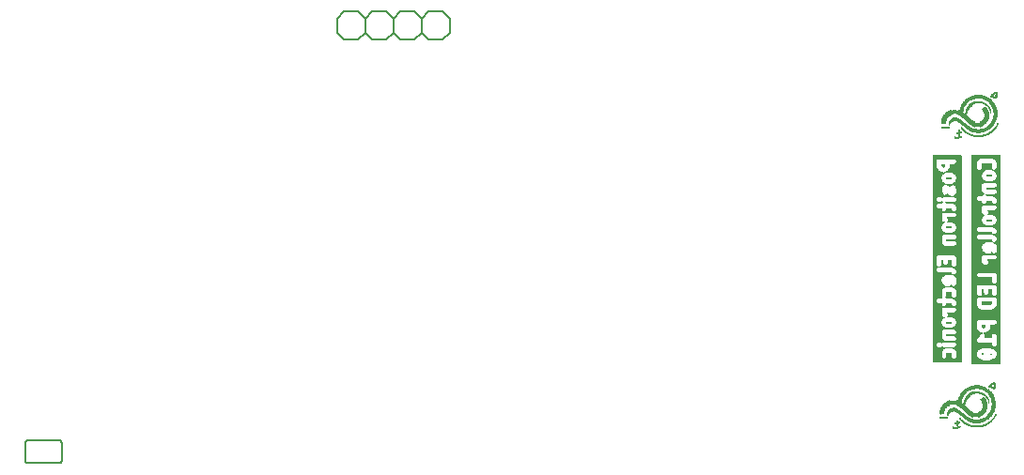
<source format=gbr>
G04 EAGLE Gerber RS-274X export*
G75*
%MOMM*%
%FSLAX34Y34*%
%LPD*%
%INSilkscreen Bottom*%
%IPPOS*%
%AMOC8*
5,1,8,0,0,1.08239X$1,22.5*%
G01*
%ADD10R,0.025400X0.127000*%
%ADD11R,0.025400X0.203200*%
%ADD12R,0.025400X0.279400*%
%ADD13R,0.025400X0.177800*%
%ADD14R,0.025400X0.355600*%
%ADD15R,0.025400X0.381000*%
%ADD16R,0.025400X0.457200*%
%ADD17R,0.025400X0.736600*%
%ADD18R,0.025400X0.508000*%
%ADD19R,0.025400X0.914400*%
%ADD20R,0.025400X0.558800*%
%ADD21R,0.025400X1.092200*%
%ADD22R,0.025400X0.152400*%
%ADD23R,0.025400X0.584200*%
%ADD24R,0.025400X1.219200*%
%ADD25R,0.025400X1.371600*%
%ADD26R,0.025400X0.228600*%
%ADD27R,0.025400X1.473200*%
%ADD28R,0.025400X1.574800*%
%ADD29R,0.025400X1.651000*%
%ADD30R,0.025400X1.752600*%
%ADD31R,0.025400X1.828800*%
%ADD32R,0.025400X1.905000*%
%ADD33R,0.025400X0.889000*%
%ADD34R,0.025400X0.863600*%
%ADD35R,0.025400X0.711200*%
%ADD36R,0.025400X0.431800*%
%ADD37R,0.025400X0.685800*%
%ADD38R,0.025400X0.635000*%
%ADD39R,0.025400X0.406400*%
%ADD40R,0.025400X0.609600*%
%ADD41R,0.025400X0.330200*%
%ADD42R,0.025400X0.533400*%
%ADD43R,0.025400X0.304800*%
%ADD44R,0.025400X0.254000*%
%ADD45R,0.025400X0.482600*%
%ADD46R,0.025400X0.050800*%
%ADD47R,0.025400X0.838200*%
%ADD48R,0.025400X0.965200*%
%ADD49R,0.025400X1.041400*%
%ADD50R,0.025400X1.117600*%
%ADD51R,0.025400X1.270000*%
%ADD52R,0.025400X1.320800*%
%ADD53R,0.025400X1.422400*%
%ADD54R,0.025400X1.524000*%
%ADD55R,0.025400X1.549400*%
%ADD56R,0.025400X0.660400*%
%ADD57R,0.025400X0.101600*%
%ADD58R,0.025400X0.812800*%
%ADD59R,0.025400X1.295400*%
%ADD60R,0.025400X1.244600*%
%ADD61R,0.025400X1.193800*%
%ADD62R,0.025400X0.076200*%
%ADD63R,0.025400X1.066800*%
%ADD64R,0.025400X0.990600*%
%ADD65R,0.025400X0.025400*%
%ADD66R,0.025400X0.787400*%
%ADD67R,0.025400X0.762000*%
%ADD68C,0.076200*%
%ADD69C,0.152400*%


D10*
X952500Y107061D03*
D11*
X952246Y106934D03*
D12*
X951992Y133731D03*
D13*
X951992Y106299D03*
D14*
X951738Y133604D03*
D15*
X951738Y116205D03*
D13*
X951738Y105791D03*
D16*
X951484Y133350D03*
D17*
X951484Y116205D03*
D13*
X951484Y105537D03*
D18*
X951230Y133350D03*
D19*
X951230Y116332D03*
D13*
X951230Y105029D03*
D20*
X950976Y133096D03*
D21*
X950976Y116205D03*
D22*
X950976Y104648D03*
D23*
X950722Y133223D03*
D24*
X950722Y116332D03*
D13*
X950722Y104267D03*
D22*
X950468Y135382D03*
D12*
X950468Y131445D03*
D25*
X950468Y116332D03*
D13*
X950468Y104013D03*
D22*
X950214Y135382D03*
D26*
X950214Y131191D03*
D27*
X950214Y116332D03*
D22*
X950214Y103632D03*
X949960Y135128D03*
D13*
X949960Y130937D03*
D28*
X949960Y116332D03*
D22*
X949960Y103378D03*
D13*
X949706Y135001D03*
D22*
X949706Y130810D03*
D29*
X949706Y116459D03*
D13*
X949706Y102997D03*
X949452Y135001D03*
D10*
X949452Y130937D03*
D30*
X949452Y116459D03*
D13*
X949452Y102743D03*
X949198Y134747D03*
D22*
X949198Y131064D03*
D31*
X949198Y116332D03*
D22*
X949198Y102362D03*
D11*
X948944Y134620D03*
D22*
X948944Y131064D03*
D32*
X948944Y116459D03*
D22*
X948944Y102108D03*
D11*
X948690Y134366D03*
D22*
X948690Y131318D03*
D33*
X948690Y121793D03*
D34*
X948690Y110744D03*
D22*
X948690Y101854D03*
D11*
X948436Y134112D03*
D22*
X948436Y131318D03*
D17*
X948436Y122809D03*
D35*
X948436Y109728D03*
D22*
X948436Y101600D03*
D36*
X948182Y132969D03*
D37*
X948182Y123571D03*
D38*
X948182Y109093D03*
D22*
X948182Y101346D03*
D39*
X947928Y132842D03*
D40*
X947928Y124206D03*
X947928Y108458D03*
D22*
X947928Y101092D03*
D14*
X947674Y132842D03*
D23*
X947674Y124587D03*
X947674Y108077D03*
D22*
X947674Y100838D03*
D41*
X947420Y132715D03*
D42*
X947420Y125095D03*
X947420Y107569D03*
D22*
X947420Y100838D03*
D43*
X947166Y132588D03*
D18*
X947166Y125476D03*
X947166Y107188D03*
D22*
X947166Y100584D03*
D44*
X946912Y132334D03*
D18*
X946912Y125730D03*
X946912Y106934D03*
D22*
X946912Y100330D03*
D26*
X946658Y132207D03*
D45*
X946658Y126111D03*
X946658Y106553D03*
D22*
X946658Y100076D03*
D13*
X946404Y132207D03*
D16*
X946404Y126492D03*
D45*
X946404Y106299D03*
D22*
X946404Y99822D03*
D10*
X946150Y132207D03*
D16*
X946150Y126746D03*
D10*
X946150Y117729D03*
D16*
X946150Y105918D03*
D22*
X946150Y99822D03*
D46*
X945896Y132080D03*
D16*
X945896Y127000D03*
D22*
X945896Y118618D03*
D16*
X945896Y105664D03*
D22*
X945896Y99568D03*
D36*
X945642Y127381D03*
D22*
X945642Y119634D03*
D36*
X945642Y105283D03*
D22*
X945642Y99314D03*
D36*
X945388Y127635D03*
D10*
X945388Y120269D03*
D36*
X945388Y105029D03*
D22*
X945388Y99314D03*
D39*
X945134Y127762D03*
D10*
X945134Y120777D03*
D36*
X945134Y104775D03*
D22*
X945134Y99060D03*
D39*
X944880Y128016D03*
D10*
X944880Y121285D03*
D39*
X944880Y104648D03*
D22*
X944880Y98806D03*
D39*
X944626Y128270D03*
D10*
X944626Y121793D03*
D39*
X944626Y104394D03*
D22*
X944626Y98806D03*
D15*
X944372Y128397D03*
D10*
X944372Y122047D03*
D12*
X944372Y114935D03*
D39*
X944372Y104140D03*
D22*
X944372Y98552D03*
D15*
X944118Y128651D03*
D10*
X944118Y122555D03*
D20*
X944118Y115062D03*
D15*
X944118Y104013D03*
D22*
X944118Y98552D03*
D15*
X943864Y128905D03*
D10*
X943864Y122809D03*
D35*
X943864Y115062D03*
D15*
X943864Y103759D03*
D22*
X943864Y98298D03*
D15*
X943610Y128905D03*
D10*
X943610Y123063D03*
D47*
X943610Y114935D03*
D15*
X943610Y103505D03*
D22*
X943610Y98298D03*
D15*
X943356Y129159D03*
D10*
X943356Y123317D03*
D48*
X943356Y115062D03*
D14*
X943356Y103378D03*
D22*
X943356Y98044D03*
D15*
X943102Y129413D03*
D10*
X943102Y123571D03*
D49*
X943102Y114935D03*
D15*
X943102Y103251D03*
D22*
X943102Y98044D03*
D14*
X942848Y129540D03*
D10*
X942848Y123825D03*
D50*
X942848Y115062D03*
D14*
X942848Y103124D03*
D22*
X942848Y97790D03*
D15*
X942594Y129667D03*
D10*
X942594Y124079D03*
D24*
X942594Y115062D03*
D14*
X942594Y102870D03*
D22*
X942594Y97790D03*
D14*
X942340Y129794D03*
D22*
X942340Y124206D03*
D51*
X942340Y115062D03*
D15*
X942340Y102743D03*
D10*
X942340Y97663D03*
D14*
X942086Y130048D03*
D22*
X942086Y124460D03*
D52*
X942086Y115062D03*
D14*
X942086Y102616D03*
D22*
X942086Y97536D03*
D14*
X941832Y130048D03*
D22*
X941832Y124714D03*
D25*
X941832Y115062D03*
D14*
X941832Y102362D03*
D10*
X941832Y97409D03*
D14*
X941578Y130302D03*
D13*
X941578Y124841D03*
D53*
X941578Y115062D03*
D14*
X941578Y102362D03*
D22*
X941578Y97282D03*
D41*
X941324Y130429D03*
D22*
X941324Y124968D03*
D27*
X941324Y115062D03*
D41*
X941324Y102235D03*
D22*
X941324Y97282D03*
D41*
X941070Y130429D03*
D22*
X941070Y125222D03*
D54*
X941070Y115062D03*
D14*
X941070Y102108D03*
D10*
X941070Y97155D03*
D41*
X940816Y130683D03*
D13*
X940816Y125349D03*
D28*
X940816Y115062D03*
D41*
X940816Y101981D03*
D22*
X940816Y97028D03*
D41*
X940562Y130683D03*
D22*
X940562Y125476D03*
D55*
X940562Y114681D03*
D41*
X940562Y101981D03*
D22*
X940562Y97028D03*
D14*
X940308Y130810D03*
D13*
X940308Y125603D03*
D42*
X940308Y119507D03*
D56*
X940308Y109982D03*
D41*
X940308Y101727D03*
D10*
X940308Y96901D03*
D41*
X940054Y130937D03*
D22*
X940054Y125730D03*
D36*
X940054Y119761D03*
D40*
X940054Y109474D03*
D41*
X940054Y101727D03*
D10*
X940054Y96901D03*
D41*
X939800Y130937D03*
D13*
X939800Y125857D03*
D14*
X939800Y119888D03*
D20*
X939800Y109220D03*
D41*
X939800Y101727D03*
D22*
X939800Y96774D03*
D41*
X939546Y131191D03*
D13*
X939546Y125857D03*
D12*
X939546Y120015D03*
D42*
X939546Y108839D03*
D41*
X939546Y101473D03*
D22*
X939546Y96774D03*
D41*
X939292Y131191D03*
D13*
X939292Y126111D03*
D26*
X939292Y120015D03*
D42*
X939292Y108585D03*
D41*
X939292Y101473D03*
D10*
X939292Y96647D03*
D41*
X939038Y131191D03*
D13*
X939038Y126111D03*
X939038Y120015D03*
D18*
X939038Y108458D03*
D41*
X939038Y101473D03*
D10*
X939038Y96647D03*
D43*
X938784Y131318D03*
D11*
X938784Y126238D03*
D57*
X938784Y119888D03*
D45*
X938784Y108077D03*
D43*
X938784Y101346D03*
D22*
X938784Y96520D03*
D41*
X938530Y131445D03*
D13*
X938530Y126365D03*
D46*
X938530Y119888D03*
D16*
X938530Y107950D03*
D41*
X938530Y101219D03*
D22*
X938530Y96520D03*
D41*
X938276Y131445D03*
D13*
X938276Y126365D03*
D16*
X938276Y107696D03*
D41*
X938276Y101219D03*
D22*
X938276Y96520D03*
D41*
X938022Y131445D03*
D11*
X938022Y126492D03*
D16*
X938022Y107696D03*
D41*
X938022Y101219D03*
D10*
X938022Y96393D03*
D43*
X937768Y131572D03*
D11*
X937768Y126492D03*
D16*
X937768Y107442D03*
D43*
X937768Y101092D03*
D10*
X937768Y96393D03*
D43*
X937514Y131572D03*
D11*
X937514Y126492D03*
D36*
X937514Y107315D03*
D43*
X937514Y101092D03*
D10*
X937514Y96393D03*
D43*
X937260Y131572D03*
D13*
X937260Y126619D03*
D36*
X937260Y107315D03*
D41*
X937260Y100965D03*
D22*
X937260Y96266D03*
D41*
X937006Y131699D03*
D11*
X937006Y126746D03*
D36*
X937006Y107061D03*
D41*
X937006Y100965D03*
D22*
X937006Y96266D03*
D41*
X936752Y131699D03*
D11*
X936752Y126746D03*
D39*
X936752Y106934D03*
D41*
X936752Y100965D03*
D22*
X936752Y96266D03*
D41*
X936498Y131699D03*
D11*
X936498Y126746D03*
D39*
X936498Y106934D03*
D41*
X936498Y100965D03*
D22*
X936498Y96266D03*
D43*
X936244Y131826D03*
D11*
X936244Y126746D03*
D36*
X936244Y106807D03*
D43*
X936244Y100838D03*
D22*
X936244Y96266D03*
D43*
X935990Y131826D03*
D11*
X935990Y126746D03*
D39*
X935990Y106680D03*
D43*
X935990Y100838D03*
D22*
X935990Y96266D03*
D43*
X935736Y131826D03*
D11*
X935736Y126746D03*
D39*
X935736Y106680D03*
D43*
X935736Y100838D03*
D10*
X935736Y96139D03*
D43*
X935482Y131826D03*
D11*
X935482Y126746D03*
D39*
X935482Y106680D03*
D43*
X935482Y100838D03*
D10*
X935482Y96139D03*
D43*
X935228Y131826D03*
D11*
X935228Y126746D03*
D39*
X935228Y106680D03*
D43*
X935228Y100838D03*
D10*
X935228Y96139D03*
D43*
X934974Y131826D03*
D11*
X934974Y126746D03*
D15*
X934974Y106553D03*
D43*
X934974Y100838D03*
D10*
X934974Y96139D03*
D43*
X934720Y131826D03*
D11*
X934720Y126746D03*
D15*
X934720Y106553D03*
D43*
X934720Y100838D03*
D10*
X934720Y96139D03*
D43*
X934466Y131826D03*
D11*
X934466Y126746D03*
D15*
X934466Y106553D03*
D43*
X934466Y100838D03*
D10*
X934466Y96139D03*
D43*
X934212Y131826D03*
D26*
X934212Y126619D03*
D15*
X934212Y106553D03*
D43*
X934212Y100838D03*
D10*
X934212Y96139D03*
D43*
X933958Y131826D03*
D26*
X933958Y126619D03*
D15*
X933958Y106553D03*
D43*
X933958Y100838D03*
D10*
X933958Y96139D03*
D43*
X933704Y131826D03*
D26*
X933704Y126619D03*
D15*
X933704Y106553D03*
D43*
X933704Y100838D03*
D22*
X933704Y96266D03*
D41*
X933450Y131699D03*
D26*
X933450Y126619D03*
D15*
X933450Y106553D03*
D43*
X933450Y100838D03*
D22*
X933450Y96266D03*
D41*
X933196Y131699D03*
D26*
X933196Y126619D03*
D15*
X933196Y106553D03*
D43*
X933196Y100838D03*
D22*
X933196Y96266D03*
D43*
X932942Y131572D03*
D26*
X932942Y126619D03*
D39*
X932942Y106680D03*
D41*
X932942Y100965D03*
D22*
X932942Y96266D03*
D43*
X932688Y131572D03*
D26*
X932688Y126365D03*
D39*
X932688Y106680D03*
D41*
X932688Y100965D03*
D22*
X932688Y96266D03*
D43*
X932434Y131572D03*
D26*
X932434Y126365D03*
D39*
X932434Y106680D03*
D41*
X932434Y100965D03*
D10*
X932434Y96393D03*
D43*
X932180Y131572D03*
D26*
X932180Y126365D03*
D39*
X932180Y106680D03*
D41*
X932180Y100965D03*
D10*
X932180Y96393D03*
D43*
X931926Y131572D03*
D44*
X931926Y126238D03*
D39*
X931926Y106680D03*
D43*
X931926Y101092D03*
D10*
X931926Y96393D03*
D41*
X931672Y131445D03*
D44*
X931672Y126238D03*
D36*
X931672Y106807D03*
D43*
X931672Y101092D03*
D10*
X931672Y96393D03*
D41*
X931418Y131445D03*
D26*
X931418Y126111D03*
D39*
X931418Y106934D03*
D41*
X931418Y101219D03*
D22*
X931418Y96520D03*
D43*
X931164Y131318D03*
D44*
X931164Y125984D03*
D36*
X931164Y107061D03*
D41*
X931164Y101219D03*
D22*
X931164Y96520D03*
D43*
X930910Y131318D03*
D44*
X930910Y125984D03*
D36*
X930910Y107061D03*
D41*
X930910Y101219D03*
D10*
X930910Y96647D03*
D41*
X930656Y131191D03*
D44*
X930656Y125730D03*
D36*
X930656Y107315D03*
D43*
X930656Y101346D03*
D10*
X930656Y96647D03*
D41*
X930402Y131191D03*
D44*
X930402Y125730D03*
D36*
X930402Y107315D03*
D41*
X930402Y101473D03*
D10*
X930402Y96647D03*
D43*
X930148Y131064D03*
D44*
X930148Y125476D03*
D16*
X930148Y107442D03*
D41*
X930148Y101473D03*
D22*
X930148Y96774D03*
D41*
X929894Y130937D03*
D44*
X929894Y125476D03*
D16*
X929894Y107696D03*
D14*
X929894Y101600D03*
D10*
X929894Y96901D03*
D41*
X929640Y130937D03*
D44*
X929640Y125222D03*
D45*
X929640Y107823D03*
D41*
X929640Y101727D03*
D10*
X929640Y96901D03*
D43*
X929386Y130810D03*
D44*
X929386Y125222D03*
D16*
X929386Y107950D03*
D41*
X929386Y101727D03*
D10*
X929386Y96901D03*
D41*
X929132Y130683D03*
D44*
X929132Y124968D03*
D45*
X929132Y108077D03*
D14*
X929132Y101854D03*
D22*
X929132Y97028D03*
D41*
X928878Y130683D03*
D12*
X928878Y124841D03*
D45*
X928878Y108331D03*
D41*
X928878Y101981D03*
D10*
X928878Y97155D03*
D41*
X928624Y130429D03*
D12*
X928624Y124587D03*
D18*
X928624Y108458D03*
D14*
X928624Y102108D03*
D10*
X928624Y97155D03*
D41*
X928370Y130429D03*
D12*
X928370Y124587D03*
D18*
X928370Y108712D03*
D41*
X928370Y102235D03*
D22*
X928370Y97282D03*
D14*
X928116Y130302D03*
D12*
X928116Y124333D03*
D18*
X928116Y108966D03*
D14*
X928116Y102362D03*
D10*
X928116Y97409D03*
D41*
X927862Y130175D03*
D12*
X927862Y124079D03*
D42*
X927862Y109093D03*
D41*
X927862Y102489D03*
D10*
X927862Y97409D03*
D14*
X927608Y130048D03*
D12*
X927608Y123825D03*
D42*
X927608Y109347D03*
D14*
X927608Y102616D03*
D10*
X927608Y97663D03*
D14*
X927354Y129794D03*
D12*
X927354Y123571D03*
D42*
X927354Y109601D03*
D14*
X927354Y102870D03*
D10*
X927354Y97663D03*
D14*
X927100Y129794D03*
D41*
X927100Y123317D03*
D42*
X927100Y109855D03*
D14*
X927100Y102870D03*
D22*
X927100Y97790D03*
D14*
X926846Y129540D03*
D41*
X926846Y123063D03*
D18*
X926846Y109982D03*
D14*
X926846Y103124D03*
D10*
X926846Y97917D03*
D15*
X926592Y129413D03*
D41*
X926592Y122809D03*
D18*
X926592Y110236D03*
D15*
X926592Y103251D03*
D22*
X926592Y98044D03*
D14*
X926338Y129286D03*
D43*
X926338Y122428D03*
D42*
X926338Y110363D03*
D15*
X926338Y103505D03*
D10*
X926338Y98171D03*
D15*
X926084Y129159D03*
D41*
X926084Y122047D03*
D42*
X926084Y110617D03*
D15*
X926084Y103505D03*
D22*
X926084Y98298D03*
D15*
X925830Y128905D03*
D41*
X925830Y121793D03*
D42*
X925830Y110871D03*
D15*
X925830Y103759D03*
D10*
X925830Y98425D03*
D15*
X925576Y128651D03*
D14*
X925576Y121412D03*
D42*
X925576Y111125D03*
D15*
X925576Y104013D03*
D22*
X925576Y98552D03*
D39*
X925322Y128524D03*
D14*
X925322Y120904D03*
D42*
X925322Y111379D03*
D39*
X925322Y104140D03*
D10*
X925322Y98679D03*
D39*
X925068Y128270D03*
D15*
X925068Y120523D03*
D42*
X925068Y111633D03*
D15*
X925068Y104267D03*
D10*
X925068Y98933D03*
D39*
X924814Y128016D03*
X924814Y119888D03*
D42*
X924814Y111887D03*
D15*
X924814Y104521D03*
D10*
X924814Y98933D03*
D39*
X924560Y127762D03*
D45*
X924560Y119253D03*
D42*
X924560Y112141D03*
D15*
X924560Y104775D03*
D10*
X924560Y99187D03*
D36*
X924306Y127635D03*
D23*
X924306Y118237D03*
D42*
X924306Y112395D03*
D39*
X924306Y104902D03*
D22*
X924306Y99314D03*
D36*
X924052Y127381D03*
D49*
X924052Y115189D03*
D15*
X924052Y105029D03*
D10*
X924052Y99441D03*
D16*
X923798Y127000D03*
D48*
X923798Y115062D03*
D15*
X923798Y105283D03*
D10*
X923798Y99695D03*
D16*
X923544Y126746D03*
D47*
X923544Y114681D03*
D15*
X923544Y105537D03*
D10*
X923544Y99949D03*
D16*
X923290Y126492D03*
D57*
X923290Y116586D03*
D42*
X923290Y113157D03*
D15*
X923290Y105791D03*
D10*
X923290Y99949D03*
D45*
X923036Y126111D03*
D42*
X923036Y113411D03*
D14*
X923036Y105918D03*
D10*
X923036Y100203D03*
D18*
X922782Y125730D03*
D42*
X922782Y113665D03*
D14*
X922782Y106172D03*
D10*
X922782Y100457D03*
D18*
X922528Y125476D03*
D42*
X922528Y113919D03*
D15*
X922528Y106299D03*
D10*
X922528Y100711D03*
D42*
X922274Y125095D03*
X922274Y114173D03*
D15*
X922274Y106553D03*
D10*
X922274Y100711D03*
D20*
X922020Y124714D03*
D42*
X922020Y114427D03*
D14*
X922020Y106680D03*
D10*
X922020Y100965D03*
D40*
X921766Y124206D03*
D18*
X921766Y114554D03*
D14*
X921766Y106934D03*
D10*
X921766Y101219D03*
D56*
X921512Y123698D03*
D18*
X921512Y114808D03*
D14*
X921512Y107188D03*
D10*
X921512Y101473D03*
D37*
X921258Y123063D03*
D18*
X921258Y115062D03*
D14*
X921258Y107442D03*
D10*
X921258Y101727D03*
D58*
X921004Y122174D03*
D18*
X921004Y115316D03*
D15*
X921004Y107569D03*
D10*
X921004Y101981D03*
D59*
X920750Y119507D03*
D14*
X920750Y107696D03*
D10*
X920750Y102235D03*
D60*
X920496Y119253D03*
D14*
X920496Y107950D03*
D10*
X920496Y102489D03*
D61*
X920242Y119253D03*
D14*
X920242Y108204D03*
D10*
X920242Y102743D03*
D50*
X919988Y119126D03*
D41*
X919988Y108331D03*
D10*
X919988Y102997D03*
D62*
X919988Y95631D03*
D63*
X919734Y118872D03*
D41*
X919734Y108585D03*
D10*
X919734Y103505D03*
D62*
X919734Y99695D03*
D10*
X919734Y95631D03*
D64*
X919480Y118745D03*
D43*
X919480Y108712D03*
D10*
X919480Y99695D03*
D22*
X919480Y95504D03*
D19*
X919226Y118618D03*
D41*
X919226Y108839D03*
D22*
X919226Y99568D03*
D13*
X919226Y95631D03*
D47*
X918972Y118491D03*
D41*
X918972Y109093D03*
D22*
X918972Y99568D03*
D13*
X918972Y95631D03*
D17*
X918718Y118237D03*
D43*
X918718Y109220D03*
D22*
X918718Y99568D03*
D13*
X918718Y95377D03*
D38*
X918464Y117983D03*
D43*
X918464Y109474D03*
D13*
X918464Y99441D03*
X918464Y95377D03*
D20*
X918210Y117602D03*
D43*
X918210Y109728D03*
D12*
X918210Y99949D03*
D13*
X918210Y95377D03*
D36*
X917956Y117221D03*
D43*
X917956Y109982D03*
D16*
X917956Y99314D03*
D11*
X917956Y95250D03*
D36*
X917702Y117221D03*
D43*
X917702Y109982D03*
D45*
X917702Y99187D03*
D13*
X917702Y95123D03*
D39*
X917448Y117348D03*
D43*
X917448Y110236D03*
D45*
X917448Y99187D03*
D13*
X917448Y95123D03*
D36*
X917194Y117475D03*
D12*
X917194Y110363D03*
D36*
X917194Y99441D03*
D13*
X917194Y95123D03*
D39*
X916940Y117602D03*
D12*
X916940Y110617D03*
D41*
X916940Y99187D03*
D13*
X916940Y94869D03*
D39*
X916686Y117602D03*
D12*
X916686Y110617D03*
D13*
X916686Y99187D03*
X916686Y94869D03*
D39*
X916432Y117602D03*
D12*
X916432Y110871D03*
D22*
X916432Y99060D03*
D13*
X916432Y94869D03*
D15*
X916178Y117729D03*
D12*
X916178Y110871D03*
D22*
X916178Y99060D03*
X916178Y94742D03*
D39*
X915924Y117856D03*
D44*
X915924Y110998D03*
D10*
X915924Y98933D03*
D22*
X915924Y94742D03*
D39*
X915670Y117856D03*
D12*
X915670Y111125D03*
D10*
X915670Y98933D03*
D22*
X915670Y94742D03*
D39*
X915416Y117856D03*
D12*
X915416Y111125D03*
D62*
X915416Y98933D03*
D22*
X915416Y94742D03*
D39*
X915162Y117856D03*
D12*
X915162Y111125D03*
D46*
X915162Y98806D03*
D13*
X915162Y94869D03*
D15*
X914908Y117983D03*
D12*
X914908Y111379D03*
D13*
X914908Y94869D03*
D15*
X914654Y117983D03*
D12*
X914654Y111379D03*
D22*
X914654Y94996D03*
D15*
X914400Y117983D03*
D12*
X914400Y111379D03*
D22*
X914400Y94996D03*
D15*
X914146Y117983D03*
D12*
X914146Y111379D03*
D22*
X914146Y94996D03*
D15*
X913892Y117983D03*
D12*
X913892Y111379D03*
D10*
X913892Y95123D03*
D15*
X913638Y117983D03*
D12*
X913638Y111379D03*
D57*
X913638Y95250D03*
D15*
X913384Y117983D03*
D43*
X913384Y111252D03*
D65*
X913384Y95377D03*
D15*
X913130Y117983D03*
D43*
X913130Y111252D03*
D15*
X912876Y117983D03*
D43*
X912876Y111252D03*
D15*
X912622Y117983D03*
D43*
X912622Y111252D03*
D15*
X912368Y117983D03*
D43*
X912368Y111252D03*
D39*
X912114Y117856D03*
D43*
X912114Y110998D03*
D39*
X911860Y117856D03*
D43*
X911860Y110998D03*
D39*
X911606Y117856D03*
D43*
X911606Y110998D03*
D39*
X911352Y117856D03*
D43*
X911352Y110744D03*
D39*
X911098Y117602D03*
D41*
X911098Y110617D03*
D39*
X910844Y117602D03*
D43*
X910844Y110490D03*
D39*
X910590Y117602D03*
D43*
X910590Y110236D03*
D36*
X910336Y117475D03*
D43*
X910336Y109982D03*
D39*
X910082Y117348D03*
D43*
X910082Y109728D03*
D36*
X909828Y117221D03*
D41*
X909828Y109347D03*
D36*
X909574Y117221D03*
D41*
X909574Y109093D03*
D36*
X909320Y116967D03*
D41*
X909320Y108585D03*
D36*
X909066Y116967D03*
D15*
X909066Y107823D03*
D16*
X908812Y116840D03*
D43*
X908812Y107442D03*
D13*
X908812Y103759D03*
D16*
X908558Y116586D03*
D13*
X908558Y103759D03*
D45*
X908304Y116459D03*
D13*
X908304Y103759D03*
D45*
X908050Y116205D03*
D13*
X908050Y103759D03*
D18*
X907796Y116078D03*
D13*
X907796Y103759D03*
D18*
X907542Y115824D03*
D13*
X907542Y103759D03*
D18*
X907288Y115570D03*
D13*
X907288Y103759D03*
D42*
X907034Y115443D03*
D13*
X907034Y103759D03*
D20*
X906780Y115062D03*
D13*
X906780Y103759D03*
D20*
X906526Y114808D03*
D13*
X906526Y103759D03*
D40*
X906272Y114554D03*
D13*
X906272Y103759D03*
D56*
X906018Y114046D03*
D13*
X906018Y103759D03*
D35*
X905764Y113538D03*
D13*
X905764Y103759D03*
D66*
X905510Y112903D03*
D13*
X905510Y103759D03*
D19*
X905256Y112014D03*
D13*
X905256Y103759D03*
D33*
X905002Y111887D03*
D13*
X905002Y103759D03*
D34*
X904748Y111760D03*
D13*
X904748Y103759D03*
D47*
X904494Y111633D03*
D13*
X904494Y103759D03*
D58*
X904240Y111506D03*
D13*
X904240Y103759D03*
D67*
X903986Y111252D03*
D13*
X903986Y103759D03*
D17*
X903732Y111125D03*
D13*
X903732Y103759D03*
D37*
X903478Y110871D03*
D13*
X903478Y103759D03*
D56*
X903224Y110744D03*
D13*
X903224Y103759D03*
D40*
X902970Y110490D03*
D13*
X902970Y103759D03*
D20*
X902716Y110236D03*
D13*
X902716Y103759D03*
D18*
X902462Y109982D03*
D13*
X902462Y103759D03*
D36*
X902208Y109601D03*
D13*
X902208Y103759D03*
D14*
X901954Y109220D03*
D13*
X901954Y103759D03*
D44*
X901700Y108712D03*
D13*
X901700Y103759D03*
D68*
X910871Y190706D02*
X910610Y190896D01*
X910449Y190921D01*
X910082Y190921D01*
X909320Y190921D01*
X908558Y190921D01*
X907796Y190921D01*
X907514Y190921D01*
X907352Y190895D01*
X907091Y190706D01*
X906992Y190399D01*
X907091Y190092D01*
X907352Y189902D01*
X907514Y189877D01*
X907796Y189877D01*
X908558Y189877D01*
X909320Y189877D01*
X910082Y189877D01*
X910449Y189877D01*
X910610Y189902D01*
X910871Y190092D01*
X910971Y190399D01*
X910871Y190706D01*
X910610Y321045D02*
X910449Y321070D01*
X910082Y321070D01*
X909320Y321070D01*
X908558Y321070D01*
X907796Y321070D01*
X907514Y321070D01*
X907352Y321045D01*
X907091Y320855D01*
X906992Y320548D01*
X907091Y320241D01*
X907352Y320052D01*
X907514Y320026D01*
X907796Y320026D01*
X908558Y320026D01*
X909320Y320026D01*
X910082Y320026D01*
X910449Y320026D01*
X910610Y320052D01*
X910871Y320241D01*
X910971Y320548D01*
X910871Y320855D01*
X910610Y321045D01*
X904583Y330874D02*
X903845Y330634D01*
X904583Y330874D02*
X905039Y331502D01*
X905101Y331890D01*
X905101Y333146D01*
X904748Y333146D01*
X903986Y333146D01*
X903224Y333146D01*
X902589Y333146D01*
X902589Y331890D01*
X902650Y331502D01*
X903107Y330874D01*
X903845Y330634D01*
X910610Y276666D02*
X910871Y276476D01*
X910610Y276666D02*
X910449Y276692D01*
X910082Y276692D01*
X909320Y276692D01*
X908558Y276692D01*
X907796Y276692D01*
X907514Y276692D01*
X907352Y276666D01*
X907091Y276476D01*
X906992Y276170D01*
X907091Y275863D01*
X907352Y275673D01*
X907514Y275647D01*
X907796Y275647D01*
X908558Y275647D01*
X909320Y275647D01*
X910082Y275647D01*
X910449Y275647D01*
X910610Y275673D01*
X910871Y275863D01*
X910971Y276170D01*
X910871Y276476D01*
X894842Y156464D02*
X894903Y156004D01*
X895080Y155575D01*
X895363Y155207D01*
X895731Y154924D01*
X896160Y154747D01*
X896620Y154686D01*
X897128Y154686D01*
X897890Y154686D01*
X898652Y154686D01*
X899414Y154686D01*
X900176Y154686D01*
X900938Y154686D01*
X901700Y154686D01*
X902462Y154686D01*
X903224Y154686D01*
X903986Y154686D01*
X904748Y154686D01*
X905510Y154686D01*
X906272Y154686D01*
X907034Y154686D01*
X907796Y154686D01*
X908558Y154686D01*
X909320Y154686D01*
X910082Y154686D01*
X910844Y154686D01*
X911606Y154686D01*
X912368Y154686D01*
X913130Y154686D01*
X913892Y154686D01*
X914654Y154686D01*
X915416Y154686D01*
X916178Y154686D01*
X916940Y154686D01*
X917702Y154686D01*
X918464Y154686D01*
X918972Y154686D01*
X919364Y154748D01*
X919719Y154929D01*
X919988Y155198D01*
X919999Y155209D01*
X920180Y155564D01*
X920242Y155956D01*
X920242Y339852D01*
X920192Y340166D01*
X920048Y340449D01*
X919988Y340509D01*
X919823Y340674D01*
X919540Y340818D01*
X919226Y340868D01*
X918464Y340868D01*
X917702Y340868D01*
X916940Y340868D01*
X916178Y340868D01*
X915416Y340868D01*
X914654Y340868D01*
X913892Y340868D01*
X913130Y340868D01*
X912368Y340868D01*
X911606Y340868D01*
X910844Y340868D01*
X910082Y340868D01*
X909320Y340868D01*
X908558Y340868D01*
X907796Y340868D01*
X907034Y340868D01*
X906272Y340868D01*
X905510Y340868D01*
X904748Y340868D01*
X903986Y340868D01*
X903224Y340868D01*
X902462Y340868D01*
X901700Y340868D01*
X900938Y340868D01*
X900176Y340868D01*
X899414Y340868D01*
X898652Y340868D01*
X897890Y340868D01*
X897128Y340868D01*
X896366Y340868D01*
X895604Y340868D01*
X895369Y340831D01*
X895156Y340722D01*
X894988Y340554D01*
X894879Y340341D01*
X894842Y340106D01*
X894842Y156464D01*
X915797Y182812D02*
X914384Y184226D01*
X915797Y182812D02*
X915797Y180813D01*
X915416Y180432D01*
X914654Y179670D01*
X914384Y179400D01*
X913892Y179400D01*
X913130Y179400D01*
X912368Y179400D01*
X911606Y179400D01*
X910844Y179400D01*
X910082Y179400D01*
X909320Y179400D01*
X908558Y179400D01*
X907796Y179400D01*
X907034Y179400D01*
X906992Y179400D01*
X906992Y178355D01*
X907034Y178355D01*
X907796Y178355D01*
X908558Y178355D01*
X909320Y178355D01*
X910082Y178355D01*
X910844Y178355D01*
X911606Y178355D01*
X912368Y178355D01*
X913130Y178355D01*
X913892Y178355D01*
X914384Y178355D01*
X914654Y178085D01*
X915416Y177323D01*
X915797Y176942D01*
X915797Y174943D01*
X914384Y173529D01*
X913892Y173529D01*
X913130Y173529D01*
X912368Y173529D01*
X911606Y173529D01*
X910844Y173529D01*
X910082Y173529D01*
X909320Y173529D01*
X908558Y173529D01*
X907796Y173529D01*
X907034Y173529D01*
X906272Y173529D01*
X905510Y173529D01*
X904869Y173529D01*
X904748Y173650D01*
X903986Y174412D01*
X903224Y175174D01*
X902462Y175936D01*
X902166Y176232D01*
X902166Y182812D01*
X903579Y184226D01*
X903986Y184226D01*
X904748Y184226D01*
X905510Y184226D01*
X906272Y184226D01*
X907034Y184226D01*
X907796Y184226D01*
X908558Y184226D01*
X909320Y184226D01*
X910082Y184226D01*
X910844Y184226D01*
X911606Y184226D01*
X912368Y184226D01*
X913130Y184226D01*
X913892Y184226D01*
X914384Y184226D01*
X915416Y241413D02*
X915797Y241794D01*
X915416Y241413D02*
X914654Y240651D01*
X914384Y240381D01*
X913892Y240381D01*
X913130Y240381D01*
X912385Y240381D01*
X910971Y241794D01*
X910971Y246251D01*
X910844Y246251D01*
X910082Y246251D01*
X909320Y246251D01*
X908558Y246251D01*
X908459Y246251D01*
X908459Y243262D01*
X907046Y241848D01*
X907034Y241848D01*
X906272Y241848D01*
X905510Y241848D01*
X905047Y241848D01*
X904748Y242147D01*
X903986Y242909D01*
X903633Y243262D01*
X903633Y246251D01*
X903224Y246251D01*
X902589Y246251D01*
X902589Y241794D01*
X902462Y241667D01*
X901700Y240905D01*
X901176Y240381D01*
X900938Y240381D01*
X900176Y240381D01*
X899414Y240381D01*
X899176Y240381D01*
X898652Y240905D01*
X897890Y241667D01*
X897763Y241794D01*
X897763Y249663D01*
X899176Y251077D01*
X899414Y251077D01*
X900176Y251077D01*
X900938Y251077D01*
X901700Y251077D01*
X902462Y251077D01*
X903224Y251077D01*
X903986Y251077D01*
X904748Y251077D01*
X905510Y251077D01*
X906272Y251077D01*
X907034Y251077D01*
X907796Y251077D01*
X908558Y251077D01*
X909320Y251077D01*
X910082Y251077D01*
X910844Y251077D01*
X911606Y251077D01*
X912368Y251077D01*
X913130Y251077D01*
X913892Y251077D01*
X914384Y251077D01*
X915797Y249663D01*
X915797Y241794D01*
X915797Y288568D02*
X914384Y289982D01*
X915797Y288568D02*
X915797Y286569D01*
X915416Y286188D01*
X914654Y285426D01*
X914384Y285156D01*
X913892Y285156D01*
X913130Y285156D01*
X912368Y285156D01*
X911606Y285156D01*
X910844Y285156D01*
X910082Y285156D01*
X909320Y285156D01*
X908558Y285156D01*
X907796Y285156D01*
X907469Y285156D01*
X908459Y284165D01*
X908459Y282166D01*
X907810Y281518D01*
X908558Y281518D01*
X909320Y281518D01*
X910082Y281518D01*
X910844Y281518D01*
X911606Y281518D01*
X912187Y281518D01*
X914654Y279725D01*
X914998Y279475D01*
X916072Y276170D01*
X914998Y272864D01*
X914654Y272614D01*
X912187Y270821D01*
X911606Y270821D01*
X910844Y270821D01*
X910082Y270821D01*
X909320Y270821D01*
X908558Y270821D01*
X907796Y270821D01*
X907034Y270821D01*
X906272Y270821D01*
X905776Y270821D01*
X902964Y272864D01*
X901890Y276170D01*
X902964Y279475D01*
X904724Y280753D01*
X903986Y280753D01*
X903579Y280753D01*
X903224Y281108D01*
X902462Y281870D01*
X902166Y282166D01*
X902166Y288568D01*
X903579Y289982D01*
X903986Y289982D01*
X904748Y289982D01*
X905510Y289982D01*
X906272Y289982D01*
X907034Y289982D01*
X907796Y289982D01*
X908558Y289982D01*
X909320Y289982D01*
X910082Y289982D01*
X910844Y289982D01*
X911606Y289982D01*
X912368Y289982D01*
X913130Y289982D01*
X913892Y289982D01*
X914384Y289982D01*
X914654Y337702D02*
X914384Y337972D01*
X914654Y337702D02*
X915416Y336940D01*
X915797Y336559D01*
X915797Y334560D01*
X914384Y333146D01*
X913892Y333146D01*
X913130Y333146D01*
X912368Y333146D01*
X911606Y333146D01*
X910844Y333146D01*
X910082Y333146D01*
X909927Y333146D01*
X909927Y329914D01*
X907604Y326717D01*
X906272Y326284D01*
X903845Y325495D01*
X900086Y326717D01*
X897763Y329914D01*
X897763Y336559D01*
X897890Y336686D01*
X898652Y337448D01*
X899176Y337972D01*
X899414Y337972D01*
X900176Y337972D01*
X900938Y337972D01*
X901700Y337972D01*
X902462Y337972D01*
X903224Y337972D01*
X903986Y337972D01*
X904748Y337972D01*
X905510Y337972D01*
X906272Y337972D01*
X907034Y337972D01*
X907796Y337972D01*
X908558Y337972D01*
X909320Y337972D01*
X910082Y337972D01*
X910844Y337972D01*
X911606Y337972D01*
X912368Y337972D01*
X913130Y337972D01*
X913892Y337972D01*
X914384Y337972D01*
X912187Y315200D02*
X911606Y315200D01*
X910844Y315200D01*
X910082Y315200D01*
X909320Y315200D01*
X908558Y315200D01*
X907796Y315200D01*
X907034Y315200D01*
X906272Y315200D01*
X905776Y315200D01*
X902964Y317243D01*
X901890Y320548D01*
X902964Y323854D01*
X905776Y325896D01*
X906272Y325896D01*
X907034Y325896D01*
X907796Y325896D01*
X908558Y325896D01*
X909320Y325896D01*
X910082Y325896D01*
X910844Y325896D01*
X911606Y325896D01*
X912187Y325896D01*
X914998Y323854D01*
X916072Y320548D01*
X914998Y317243D01*
X914654Y316993D01*
X912187Y315200D01*
X910117Y313112D02*
X910212Y312874D01*
X910893Y314321D01*
X912774Y314998D01*
X914582Y314146D01*
X914921Y313206D01*
X915761Y310870D01*
X915797Y308387D01*
X915800Y308149D01*
X915819Y306827D01*
X913858Y304400D01*
X912368Y304102D01*
X910798Y303788D01*
X908054Y305274D01*
X907846Y305795D01*
X907586Y306444D01*
X907214Y305462D01*
X907034Y305381D01*
X905392Y304642D01*
X903523Y305350D01*
X903112Y306262D01*
X902198Y308293D01*
X902180Y309520D01*
X902166Y310520D01*
X902144Y312080D01*
X904105Y314507D01*
X905510Y314788D01*
X907165Y315119D01*
X909908Y313633D01*
X909909Y313633D01*
X910117Y313112D01*
X903986Y303759D02*
X903579Y303759D01*
X903986Y303759D02*
X904748Y303759D01*
X905510Y303759D01*
X906272Y303759D01*
X907034Y303759D01*
X907796Y303759D01*
X908558Y303759D01*
X909320Y303759D01*
X910082Y303759D01*
X910844Y303759D01*
X911606Y303759D01*
X912368Y303759D01*
X913130Y303759D01*
X913892Y303759D01*
X914384Y303759D01*
X915797Y302345D01*
X915797Y300346D01*
X915416Y299965D01*
X914654Y299203D01*
X914384Y298933D01*
X913892Y298933D01*
X913130Y298933D01*
X912368Y298933D01*
X911606Y298933D01*
X910844Y298933D01*
X910082Y298933D01*
X909320Y298933D01*
X908558Y298933D01*
X907796Y298933D01*
X907034Y298933D01*
X906303Y298933D01*
X906992Y298244D01*
X906992Y298190D01*
X907034Y298190D01*
X907796Y298190D01*
X908558Y298190D01*
X909320Y298190D01*
X910082Y298190D01*
X910844Y298190D01*
X911606Y298190D01*
X912368Y298190D01*
X912419Y298190D01*
X914561Y296953D01*
X915797Y294812D01*
X915797Y291842D01*
X915416Y291461D01*
X914654Y290699D01*
X914384Y290429D01*
X913892Y290429D01*
X913130Y290429D01*
X912385Y290429D01*
X910971Y291842D01*
X910971Y293364D01*
X910844Y293364D01*
X910082Y293364D01*
X909320Y293364D01*
X908558Y293364D01*
X907796Y293364D01*
X907034Y293364D01*
X906992Y293364D01*
X906992Y291842D01*
X905578Y290429D01*
X905510Y290429D01*
X904748Y290429D01*
X903986Y290429D01*
X903579Y290429D01*
X903224Y290784D01*
X902462Y291546D01*
X902166Y291842D01*
X902166Y293364D01*
X901700Y293364D01*
X900938Y293364D01*
X900176Y293364D01*
X899414Y293364D01*
X899176Y293364D01*
X898652Y293888D01*
X897890Y294650D01*
X897763Y294777D01*
X897763Y296776D01*
X899176Y298190D01*
X899414Y298190D01*
X900176Y298190D01*
X900938Y298190D01*
X901700Y298190D01*
X902166Y298190D01*
X902166Y298244D01*
X902462Y298540D01*
X903217Y299295D01*
X902928Y299584D01*
X901909Y298566D01*
X901700Y298566D01*
X900938Y298566D01*
X900176Y298566D01*
X899414Y298566D01*
X899176Y298566D01*
X897763Y299980D01*
X897763Y302712D01*
X899176Y304126D01*
X899414Y304126D01*
X900176Y304126D01*
X900938Y304126D01*
X901700Y304126D01*
X901909Y304126D01*
X902462Y303573D01*
X902928Y303107D01*
X903579Y303759D01*
X914384Y269996D02*
X914654Y269726D01*
X915416Y268964D01*
X915797Y268583D01*
X915797Y266584D01*
X914384Y265170D01*
X913892Y265170D01*
X913130Y265170D01*
X912368Y265170D01*
X911606Y265170D01*
X910844Y265170D01*
X910082Y265170D01*
X909320Y265170D01*
X908558Y265170D01*
X907796Y265170D01*
X907034Y265170D01*
X906992Y265170D01*
X906992Y264126D01*
X907034Y264126D01*
X907796Y264126D01*
X908558Y264126D01*
X909320Y264126D01*
X910082Y264126D01*
X910844Y264126D01*
X911606Y264126D01*
X912368Y264126D01*
X913130Y264126D01*
X913892Y264126D01*
X914384Y264126D01*
X915797Y262712D01*
X915797Y260713D01*
X915416Y260332D01*
X914654Y259570D01*
X914384Y259300D01*
X913892Y259300D01*
X913130Y259300D01*
X912368Y259300D01*
X911606Y259300D01*
X910844Y259300D01*
X910082Y259300D01*
X909320Y259300D01*
X908558Y259300D01*
X907796Y259300D01*
X907034Y259300D01*
X906272Y259300D01*
X905510Y259300D01*
X904869Y259300D01*
X904748Y259421D01*
X903986Y260183D01*
X903224Y260945D01*
X902462Y261707D01*
X902166Y262003D01*
X902166Y268583D01*
X902462Y268879D01*
X903224Y269641D01*
X903579Y269996D01*
X903986Y269996D01*
X904748Y269996D01*
X905510Y269996D01*
X906272Y269996D01*
X907034Y269996D01*
X907796Y269996D01*
X908558Y269996D01*
X909320Y269996D01*
X910082Y269996D01*
X910844Y269996D01*
X911606Y269996D01*
X912368Y269996D01*
X913130Y269996D01*
X913892Y269996D01*
X914384Y269996D01*
X910971Y235545D02*
X910844Y235545D01*
X910082Y235545D01*
X909320Y235545D01*
X908558Y235545D01*
X907796Y235545D01*
X907034Y235545D01*
X906272Y235545D01*
X905510Y235545D01*
X904748Y235545D01*
X903986Y235545D01*
X903224Y235545D01*
X902462Y235545D01*
X901700Y235545D01*
X900938Y235545D01*
X900176Y235545D01*
X899414Y235545D01*
X899176Y235545D01*
X897763Y236959D01*
X897763Y238958D01*
X897890Y239085D01*
X898652Y239847D01*
X899176Y240371D01*
X899414Y240371D01*
X900176Y240371D01*
X900938Y240371D01*
X901700Y240371D01*
X902462Y240371D01*
X903224Y240371D01*
X903986Y240371D01*
X904748Y240371D01*
X905510Y240371D01*
X906272Y240371D01*
X907034Y240371D01*
X907796Y240371D01*
X908558Y240371D01*
X909320Y240371D01*
X910082Y240371D01*
X910844Y240371D01*
X911606Y240371D01*
X912368Y240371D01*
X912419Y240371D01*
X914561Y239135D01*
X915797Y236993D01*
X915797Y234757D01*
X915416Y234376D01*
X914654Y233614D01*
X914384Y233344D01*
X913892Y233344D01*
X913130Y233344D01*
X913079Y233344D01*
X914561Y232489D01*
X915797Y230347D01*
X915797Y224442D01*
X915416Y224061D01*
X914654Y223299D01*
X914384Y223029D01*
X913892Y223029D01*
X913130Y223029D01*
X912385Y223029D01*
X911183Y224231D01*
X910844Y223892D01*
X910082Y223130D01*
X909981Y223029D01*
X909320Y223029D01*
X908558Y223029D01*
X907796Y223029D01*
X907034Y223029D01*
X906272Y223029D01*
X905776Y223029D01*
X902964Y225072D01*
X901890Y228377D01*
X902964Y231682D01*
X905776Y233725D01*
X906272Y233725D01*
X907034Y233725D01*
X907796Y233725D01*
X908558Y233725D01*
X909320Y233725D01*
X910082Y233725D01*
X910844Y233725D01*
X911606Y233725D01*
X912003Y233725D01*
X911606Y234122D01*
X910971Y234757D01*
X910971Y235545D01*
X915797Y219238D02*
X915797Y214067D01*
X915416Y213686D01*
X914654Y212924D01*
X914384Y212654D01*
X913892Y212654D01*
X913130Y212654D01*
X912385Y212654D01*
X910971Y214067D01*
X910971Y217790D01*
X910844Y217790D01*
X910082Y217790D01*
X909320Y217790D01*
X908558Y217790D01*
X907796Y217790D01*
X907034Y217790D01*
X906992Y217790D01*
X906992Y214067D01*
X906195Y213270D01*
X906272Y213193D01*
X906992Y212473D01*
X906992Y212419D01*
X907034Y212419D01*
X907796Y212419D01*
X908558Y212419D01*
X909320Y212419D01*
X910082Y212419D01*
X910844Y212419D01*
X911606Y212419D01*
X912368Y212419D01*
X912419Y212419D01*
X914561Y211183D01*
X915797Y209041D01*
X915797Y206072D01*
X914384Y204658D01*
X913892Y204658D01*
X913130Y204658D01*
X912385Y204658D01*
X912368Y204675D01*
X911606Y205437D01*
X910971Y206072D01*
X910971Y207593D01*
X910844Y207593D01*
X910082Y207593D01*
X909320Y207593D01*
X908558Y207593D01*
X907796Y207593D01*
X907034Y207593D01*
X906992Y207593D01*
X906992Y206072D01*
X906272Y205352D01*
X905578Y204658D01*
X905510Y204658D01*
X904748Y204658D01*
X903986Y204658D01*
X903579Y204658D01*
X902166Y206072D01*
X902166Y207593D01*
X901700Y207593D01*
X900938Y207593D01*
X900176Y207593D01*
X899414Y207593D01*
X899176Y207593D01*
X897763Y209007D01*
X897763Y211006D01*
X897890Y211133D01*
X898652Y211895D01*
X899176Y212419D01*
X899414Y212419D01*
X900176Y212419D01*
X900938Y212419D01*
X901700Y212419D01*
X902166Y212419D01*
X902166Y212473D01*
X902963Y213270D01*
X902462Y213771D01*
X902166Y214067D01*
X902166Y219238D01*
X902462Y219751D01*
X903402Y221380D01*
X903986Y221717D01*
X905544Y222616D01*
X906272Y222616D01*
X907034Y222616D01*
X907796Y222616D01*
X908558Y222616D01*
X909320Y222616D01*
X910082Y222616D01*
X910844Y222616D01*
X911606Y222616D01*
X912368Y222616D01*
X912419Y222616D01*
X914561Y221380D01*
X915797Y219238D01*
X914384Y204211D02*
X914654Y203941D01*
X915416Y203179D01*
X915797Y202798D01*
X915797Y200798D01*
X915416Y200417D01*
X914654Y199655D01*
X914384Y199385D01*
X913892Y199385D01*
X913130Y199385D01*
X912368Y199385D01*
X911606Y199385D01*
X910844Y199385D01*
X910082Y199385D01*
X909320Y199385D01*
X908558Y199385D01*
X907796Y199385D01*
X907469Y199385D01*
X907796Y199058D01*
X908459Y198395D01*
X908459Y196396D01*
X907810Y195747D01*
X908558Y195747D01*
X909320Y195747D01*
X910082Y195747D01*
X910844Y195747D01*
X911606Y195747D01*
X912187Y195747D01*
X914654Y193954D01*
X914998Y193704D01*
X916072Y190399D01*
X914998Y187094D01*
X912187Y185051D01*
X911606Y185051D01*
X910844Y185051D01*
X910082Y185051D01*
X909320Y185051D01*
X908558Y185051D01*
X907796Y185051D01*
X907034Y185051D01*
X906272Y185051D01*
X905776Y185051D01*
X902964Y187094D01*
X901890Y190399D01*
X902964Y193704D01*
X904724Y194982D01*
X903986Y194982D01*
X903579Y194982D01*
X902166Y196396D01*
X902166Y202798D01*
X902462Y203094D01*
X903224Y203856D01*
X903579Y204211D01*
X903986Y204211D01*
X904748Y204211D01*
X905510Y204211D01*
X906272Y204211D01*
X907034Y204211D01*
X907796Y204211D01*
X908558Y204211D01*
X909320Y204211D01*
X910082Y204211D01*
X910844Y204211D01*
X911606Y204211D01*
X912368Y204211D01*
X913130Y204211D01*
X913892Y204211D01*
X914384Y204211D01*
X903986Y172756D02*
X903579Y172756D01*
X903986Y172756D02*
X904748Y172756D01*
X905510Y172756D01*
X906272Y172756D01*
X907034Y172756D01*
X907796Y172756D01*
X908558Y172756D01*
X909320Y172756D01*
X910082Y172756D01*
X910844Y172756D01*
X911606Y172756D01*
X912368Y172756D01*
X913130Y172756D01*
X913892Y172756D01*
X914384Y172756D01*
X914654Y172486D01*
X915416Y171724D01*
X915797Y171343D01*
X915797Y169344D01*
X914384Y167930D01*
X913892Y167930D01*
X913130Y167930D01*
X912368Y167930D01*
X911606Y167930D01*
X910844Y167930D01*
X910082Y167930D01*
X909320Y167930D01*
X908558Y167930D01*
X907796Y167930D01*
X907034Y167930D01*
X906272Y167930D01*
X905510Y167930D01*
X904748Y167930D01*
X903986Y167930D01*
X903579Y167930D01*
X902928Y168582D01*
X902462Y168116D01*
X901909Y167563D01*
X901700Y167563D01*
X900938Y167563D01*
X900176Y167563D01*
X899414Y167563D01*
X899176Y167563D01*
X897763Y168977D01*
X897763Y171709D01*
X899176Y173123D01*
X899414Y173123D01*
X900176Y173123D01*
X900938Y173123D01*
X901700Y173123D01*
X901909Y173123D01*
X902928Y172105D01*
X903224Y172401D01*
X903579Y172756D01*
X915797Y159021D02*
X914384Y157607D01*
X913892Y157607D01*
X913130Y157607D01*
X912385Y157607D01*
X912368Y157624D01*
X911606Y158386D01*
X910971Y159021D01*
X910971Y162743D01*
X910844Y162743D01*
X910082Y162743D01*
X909320Y162743D01*
X908558Y162743D01*
X907796Y162743D01*
X907034Y162743D01*
X906992Y162743D01*
X906992Y159021D01*
X906272Y158301D01*
X905578Y157607D01*
X905510Y157607D01*
X904748Y157607D01*
X903986Y157607D01*
X903579Y157607D01*
X902166Y159021D01*
X902166Y164192D01*
X903402Y166333D01*
X903986Y166670D01*
X905544Y167569D01*
X906272Y167569D01*
X907034Y167569D01*
X907796Y167569D01*
X908558Y167569D01*
X909320Y167569D01*
X910082Y167569D01*
X910844Y167569D01*
X911606Y167569D01*
X912368Y167569D01*
X912419Y167569D01*
X914561Y166333D01*
X915797Y164192D01*
X915797Y159021D01*
X919988Y155198D02*
X919988Y340509D01*
X919226Y340868D02*
X919226Y154726D01*
X918464Y154686D02*
X918464Y340868D01*
X917702Y340868D02*
X917702Y154686D01*
X916940Y154686D02*
X916940Y340868D01*
X916178Y340868D02*
X916178Y154686D01*
X915416Y336940D02*
X915416Y340868D01*
X915416Y334179D02*
X915416Y322568D01*
X915416Y318529D02*
X915416Y311829D01*
X915416Y306328D02*
X915416Y302726D01*
X915416Y299965D02*
X915416Y295472D01*
X915416Y291461D02*
X915416Y288949D01*
X915416Y286188D02*
X915416Y278189D01*
X915416Y274150D02*
X915416Y268964D01*
X915416Y266203D02*
X915416Y263093D01*
X915416Y260332D02*
X915416Y250044D01*
X915416Y241413D02*
X915416Y237653D01*
X915416Y234376D02*
X915416Y231007D01*
X915416Y224061D02*
X915416Y219898D01*
X915416Y213686D02*
X915416Y209701D01*
X915416Y205691D02*
X915416Y203179D01*
X915416Y200417D02*
X915416Y192419D01*
X915416Y188379D02*
X915416Y183193D01*
X915416Y180432D02*
X915416Y177323D01*
X915416Y174562D02*
X915416Y171724D01*
X915416Y168963D02*
X915416Y164851D01*
X915416Y158640D02*
X915416Y154686D01*
X914654Y337702D02*
X914654Y340868D01*
X914654Y333417D02*
X914654Y324104D01*
X914654Y316993D02*
X914654Y313947D01*
X914654Y305385D02*
X914654Y303488D01*
X914654Y299203D02*
X914654Y296792D01*
X914654Y290699D02*
X914654Y289711D01*
X914654Y285426D02*
X914654Y279725D01*
X914654Y272614D02*
X914654Y269726D01*
X914654Y265441D02*
X914654Y263855D01*
X914654Y259570D02*
X914654Y250806D01*
X914654Y240651D02*
X914654Y238973D01*
X914654Y233614D02*
X914654Y232327D01*
X914654Y223299D02*
X914654Y221218D01*
X914654Y212924D02*
X914654Y211021D01*
X914654Y204929D02*
X914654Y203941D01*
X914654Y199655D02*
X914654Y193954D01*
X914654Y186843D02*
X914654Y183955D01*
X914654Y179670D02*
X914654Y178085D01*
X914654Y173800D02*
X914654Y172486D01*
X914654Y168201D02*
X914654Y166171D01*
X914654Y157878D02*
X914654Y154686D01*
X913892Y337972D02*
X913892Y340868D01*
X913892Y333146D02*
X913892Y324657D01*
X913892Y316439D02*
X913892Y314471D01*
X913892Y304442D02*
X913892Y303759D01*
X913892Y298933D02*
X913892Y297339D01*
X913892Y290429D02*
X913892Y289982D01*
X913892Y285156D02*
X913892Y280279D01*
X913892Y272060D02*
X913892Y269996D01*
X913892Y265170D02*
X913892Y264126D01*
X913892Y259300D02*
X913892Y251077D01*
X913892Y240381D02*
X913892Y239521D01*
X913892Y233344D02*
X913892Y232875D01*
X913892Y223029D02*
X913892Y221766D01*
X913892Y212654D02*
X913892Y211569D01*
X913892Y204658D02*
X913892Y204211D01*
X913892Y199385D02*
X913892Y194508D01*
X913892Y186290D02*
X913892Y184226D01*
X913892Y179400D02*
X913892Y178355D01*
X913892Y173529D02*
X913892Y172756D01*
X913892Y167930D02*
X913892Y166719D01*
X913892Y157607D02*
X913892Y154686D01*
X913130Y337972D02*
X913130Y340868D01*
X913130Y333146D02*
X913130Y325211D01*
X913130Y315886D02*
X913130Y314830D01*
X913130Y304254D02*
X913130Y303759D01*
X913130Y298933D02*
X913130Y297779D01*
X913130Y290429D02*
X913130Y289982D01*
X913130Y285156D02*
X913130Y280832D01*
X913130Y271507D02*
X913130Y269996D01*
X913130Y265170D02*
X913130Y264126D01*
X913130Y259300D02*
X913130Y251077D01*
X913130Y240381D02*
X913130Y239961D01*
X913130Y233344D02*
X913130Y233315D01*
X913130Y223029D02*
X913130Y222206D01*
X913130Y212654D02*
X913130Y212009D01*
X913130Y204658D02*
X913130Y204211D01*
X913130Y199385D02*
X913130Y195062D01*
X913130Y185736D02*
X913130Y184226D01*
X913130Y179400D02*
X913130Y178355D01*
X913130Y173529D02*
X913130Y172756D01*
X913130Y167930D02*
X913130Y167159D01*
X913130Y157607D02*
X913130Y154686D01*
X912368Y337972D02*
X912368Y340868D01*
X912368Y333146D02*
X912368Y325765D01*
X912368Y315332D02*
X912368Y314852D01*
X912368Y304102D02*
X912368Y303759D01*
X912368Y298933D02*
X912368Y298190D01*
X912368Y290445D02*
X912368Y289982D01*
X912368Y285156D02*
X912368Y281386D01*
X912368Y270953D02*
X912368Y269996D01*
X912368Y265170D02*
X912368Y264126D01*
X912368Y259300D02*
X912368Y251077D01*
X912368Y240397D02*
X912368Y240371D01*
X912368Y223045D02*
X912368Y222616D01*
X912368Y212670D02*
X912368Y212419D01*
X912368Y204675D02*
X912368Y204211D01*
X912368Y199385D02*
X912368Y195615D01*
X912368Y185183D02*
X912368Y184226D01*
X912368Y179400D02*
X912368Y178355D01*
X912368Y173529D02*
X912368Y172756D01*
X912368Y167930D02*
X912368Y167569D01*
X912368Y157624D02*
X912368Y154686D01*
X911606Y337972D02*
X911606Y340868D01*
X911606Y333146D02*
X911606Y325896D01*
X911606Y315200D02*
X911606Y314577D01*
X911606Y303950D02*
X911606Y303759D01*
X911606Y298933D02*
X911606Y298190D01*
X911606Y291207D02*
X911606Y289982D01*
X911606Y285156D02*
X911606Y281518D01*
X911606Y270821D02*
X911606Y269996D01*
X911606Y265170D02*
X911606Y264126D01*
X911606Y259300D02*
X911606Y251077D01*
X911606Y241159D02*
X911606Y240371D01*
X911606Y234122D02*
X911606Y233725D01*
X911606Y223807D02*
X911606Y222616D01*
X911606Y213432D02*
X911606Y212419D01*
X911606Y205437D02*
X911606Y204211D01*
X911606Y199385D02*
X911606Y195747D01*
X911606Y185051D02*
X911606Y184226D01*
X911606Y179400D02*
X911606Y178355D01*
X911606Y173529D02*
X911606Y172756D01*
X911606Y167930D02*
X911606Y167569D01*
X911606Y158386D02*
X911606Y154686D01*
X910844Y337972D02*
X910844Y340868D01*
X910844Y333146D02*
X910844Y325896D01*
X910844Y320875D02*
X910844Y320221D01*
X910844Y315200D02*
X910844Y314217D01*
X910844Y303797D02*
X910844Y303759D01*
X910844Y298933D02*
X910844Y298190D01*
X910844Y293364D02*
X910844Y289982D01*
X910844Y285156D02*
X910844Y281518D01*
X910844Y276496D02*
X910844Y275843D01*
X910844Y270821D02*
X910844Y269996D01*
X910844Y265170D02*
X910844Y264126D01*
X910844Y259300D02*
X910844Y251077D01*
X910844Y246251D02*
X910844Y240371D01*
X910844Y235545D02*
X910844Y233725D01*
X910844Y223892D02*
X910844Y222616D01*
X910844Y217790D02*
X910844Y212419D01*
X910844Y207593D02*
X910844Y204211D01*
X910844Y199385D02*
X910844Y195747D01*
X910844Y190726D02*
X910844Y190072D01*
X910844Y185051D02*
X910844Y184226D01*
X910844Y179400D02*
X910844Y178355D01*
X910844Y173529D02*
X910844Y172756D01*
X910844Y167930D02*
X910844Y167569D01*
X910844Y162743D02*
X910844Y154686D01*
X910082Y337972D02*
X910082Y340868D01*
X910082Y333146D02*
X910082Y325896D01*
X910082Y321070D02*
X910082Y320026D01*
X910082Y315200D02*
X910082Y313199D01*
X910082Y304176D02*
X910082Y303759D01*
X910082Y298933D02*
X910082Y298190D01*
X910082Y293364D02*
X910082Y289982D01*
X910082Y285156D02*
X910082Y281518D01*
X910082Y276692D02*
X910082Y275647D01*
X910082Y270821D02*
X910082Y269996D01*
X910082Y265170D02*
X910082Y264126D01*
X910082Y259300D02*
X910082Y251077D01*
X910082Y246251D02*
X910082Y240371D01*
X910082Y235545D02*
X910082Y233725D01*
X910082Y223130D02*
X910082Y222616D01*
X910082Y217790D02*
X910082Y212419D01*
X910082Y207593D02*
X910082Y204211D01*
X910082Y199385D02*
X910082Y195747D01*
X910082Y190921D02*
X910082Y189877D01*
X910082Y185051D02*
X910082Y184226D01*
X910082Y179400D02*
X910082Y178355D01*
X910082Y173529D02*
X910082Y172756D01*
X910082Y167930D02*
X910082Y167569D01*
X910082Y162743D02*
X910082Y154686D01*
X909320Y337972D02*
X909320Y340868D01*
X909320Y329079D02*
X909320Y325896D01*
X909320Y321070D02*
X909320Y320026D01*
X909320Y315200D02*
X909320Y313952D01*
X909320Y304589D02*
X909320Y303759D01*
X909320Y298933D02*
X909320Y298190D01*
X909320Y293364D02*
X909320Y289982D01*
X909320Y285156D02*
X909320Y281518D01*
X909320Y276692D02*
X909320Y275647D01*
X909320Y270821D02*
X909320Y269996D01*
X909320Y265170D02*
X909320Y264126D01*
X909320Y259300D02*
X909320Y251077D01*
X909320Y246251D02*
X909320Y240371D01*
X909320Y235545D02*
X909320Y233725D01*
X909320Y223029D02*
X909320Y222616D01*
X909320Y217790D02*
X909320Y212419D01*
X909320Y207593D02*
X909320Y204211D01*
X909320Y199385D02*
X909320Y195747D01*
X909320Y190921D02*
X909320Y189877D01*
X909320Y185051D02*
X909320Y184226D01*
X909320Y179400D02*
X909320Y178355D01*
X909320Y173529D02*
X909320Y172756D01*
X909320Y167930D02*
X909320Y167569D01*
X909320Y162743D02*
X909320Y154686D01*
X908558Y337972D02*
X908558Y340868D01*
X908558Y328030D02*
X908558Y325896D01*
X908558Y321070D02*
X908558Y320026D01*
X908558Y315200D02*
X908558Y314364D01*
X908558Y305001D02*
X908558Y303759D01*
X908558Y298933D02*
X908558Y298190D01*
X908558Y293364D02*
X908558Y289982D01*
X908558Y285156D02*
X908558Y281518D01*
X908558Y276692D02*
X908558Y275647D01*
X908558Y270821D02*
X908558Y269996D01*
X908558Y265170D02*
X908558Y264126D01*
X908558Y259300D02*
X908558Y251077D01*
X908558Y246251D02*
X908558Y240371D01*
X908558Y235545D02*
X908558Y233725D01*
X908558Y223029D02*
X908558Y222616D01*
X908558Y217790D02*
X908558Y212419D01*
X908558Y207593D02*
X908558Y204211D01*
X908558Y199385D02*
X908558Y195747D01*
X908558Y190921D02*
X908558Y189877D01*
X908558Y185051D02*
X908558Y184226D01*
X908558Y179400D02*
X908558Y178355D01*
X908558Y173529D02*
X908558Y172756D01*
X908558Y167930D02*
X908558Y167569D01*
X908558Y162743D02*
X908558Y154686D01*
X907796Y337972D02*
X907796Y340868D01*
X907796Y326981D02*
X907796Y325896D01*
X907796Y321070D02*
X907796Y320026D01*
X907796Y315200D02*
X907796Y314777D01*
X907796Y305920D02*
X907796Y303759D01*
X907796Y298933D02*
X907796Y298190D01*
X907796Y293364D02*
X907796Y289982D01*
X907796Y285156D02*
X907796Y284829D01*
X907796Y276692D02*
X907796Y275647D01*
X907796Y270821D02*
X907796Y269996D01*
X907796Y265170D02*
X907796Y264126D01*
X907796Y259300D02*
X907796Y251077D01*
X907796Y242598D02*
X907796Y240371D01*
X907796Y235545D02*
X907796Y233725D01*
X907796Y223029D02*
X907796Y222616D01*
X907796Y217790D02*
X907796Y212419D01*
X907796Y207593D02*
X907796Y204211D01*
X907796Y199385D02*
X907796Y199058D01*
X907796Y190921D02*
X907796Y189877D01*
X907796Y185051D02*
X907796Y184226D01*
X907796Y179400D02*
X907796Y178355D01*
X907796Y173529D02*
X907796Y172756D01*
X907796Y167930D02*
X907796Y167569D01*
X907796Y162743D02*
X907796Y154686D01*
X907034Y337972D02*
X907034Y340868D01*
X907034Y326531D02*
X907034Y325896D01*
X907034Y320678D02*
X907034Y320418D01*
X907034Y315200D02*
X907034Y315093D01*
X907034Y305381D02*
X907034Y303759D01*
X907034Y298933D02*
X907034Y298190D01*
X907034Y293364D02*
X907034Y289982D01*
X907034Y276300D02*
X907034Y276039D01*
X907034Y270821D02*
X907034Y269996D01*
X907034Y265170D02*
X907034Y264126D01*
X907034Y259300D02*
X907034Y251077D01*
X907034Y241848D02*
X907034Y240371D01*
X907034Y235545D02*
X907034Y233725D01*
X907034Y223029D02*
X907034Y222616D01*
X907034Y217790D02*
X907034Y212419D01*
X907034Y207593D02*
X907034Y204211D01*
X907034Y190529D02*
X907034Y190269D01*
X907034Y185051D02*
X907034Y184226D01*
X907034Y179400D02*
X907034Y178355D01*
X907034Y173529D02*
X907034Y172756D01*
X907034Y167930D02*
X907034Y167569D01*
X907034Y162743D02*
X907034Y154686D01*
X906272Y337972D02*
X906272Y340868D01*
X906272Y326284D02*
X906272Y325896D01*
X906272Y315200D02*
X906272Y314941D01*
X906272Y305038D02*
X906272Y303759D01*
X906272Y291123D02*
X906272Y289982D01*
X906272Y270821D02*
X906272Y269996D01*
X906272Y259300D02*
X906272Y251077D01*
X906272Y241848D02*
X906272Y240371D01*
X906272Y235545D02*
X906272Y233725D01*
X906272Y223029D02*
X906272Y222616D01*
X906272Y213348D02*
X906272Y213193D01*
X906272Y205352D02*
X906272Y204211D01*
X906272Y185051D02*
X906272Y184226D01*
X906272Y173529D02*
X906272Y172756D01*
X906272Y167930D02*
X906272Y167569D01*
X906272Y158301D02*
X906272Y154686D01*
X905510Y337972D02*
X905510Y340868D01*
X905510Y326036D02*
X905510Y325703D01*
X905510Y315393D02*
X905510Y314788D01*
X905510Y304695D02*
X905510Y303759D01*
X905510Y290429D02*
X905510Y289982D01*
X905510Y271015D02*
X905510Y269996D01*
X905510Y259300D02*
X905510Y251077D01*
X905510Y241848D02*
X905510Y240371D01*
X905510Y235545D02*
X905510Y233532D01*
X905510Y223222D02*
X905510Y222597D01*
X905510Y204658D02*
X905510Y204211D01*
X905510Y185244D02*
X905510Y184226D01*
X905510Y173529D02*
X905510Y172756D01*
X905510Y167930D02*
X905510Y167550D01*
X905510Y157607D02*
X905510Y154686D01*
X904748Y337972D02*
X904748Y340868D01*
X904748Y333146D02*
X904748Y331101D01*
X904748Y325789D02*
X904748Y325149D01*
X904748Y315947D02*
X904748Y314636D01*
X904748Y304886D02*
X904748Y303759D01*
X904748Y290429D02*
X904748Y289982D01*
X904748Y271568D02*
X904748Y269996D01*
X904748Y259421D02*
X904748Y251077D01*
X904748Y242147D02*
X904748Y240371D01*
X904748Y235545D02*
X904748Y232978D01*
X904748Y223776D02*
X904748Y222157D01*
X904748Y204658D02*
X904748Y204211D01*
X904748Y185798D02*
X904748Y184226D01*
X904748Y173650D02*
X904748Y172756D01*
X904748Y167930D02*
X904748Y167110D01*
X904748Y157607D02*
X904748Y154686D01*
X903986Y337972D02*
X903986Y340868D01*
X903986Y333146D02*
X903986Y330680D01*
X903986Y325541D02*
X903986Y324596D01*
X903986Y316501D02*
X903986Y314360D01*
X903986Y305175D02*
X903986Y303759D01*
X903986Y290429D02*
X903986Y289982D01*
X903986Y280753D02*
X903986Y280217D01*
X903986Y272122D02*
X903986Y269996D01*
X903986Y260183D02*
X903986Y251077D01*
X903986Y242909D02*
X903986Y240371D01*
X903986Y235545D02*
X903986Y232424D01*
X903986Y224329D02*
X903986Y221717D01*
X903986Y204658D02*
X903986Y204211D01*
X903986Y194982D02*
X903986Y194446D01*
X903986Y186351D02*
X903986Y184226D01*
X903986Y174412D02*
X903986Y172756D01*
X903986Y167930D02*
X903986Y166670D01*
X903986Y157607D02*
X903986Y154686D01*
X903224Y337972D02*
X903224Y340868D01*
X903224Y333146D02*
X903224Y330836D01*
X903224Y325697D02*
X903224Y324042D01*
X903224Y317054D02*
X903224Y313417D01*
X903224Y306013D02*
X903224Y303404D01*
X903224Y290784D02*
X903224Y289626D01*
X903224Y281108D02*
X903224Y279663D01*
X903224Y272676D02*
X903224Y269641D01*
X903224Y260945D02*
X903224Y251077D01*
X903224Y246251D02*
X903224Y240371D01*
X903224Y235545D02*
X903224Y231871D01*
X903224Y224883D02*
X903224Y221071D01*
X903224Y205013D02*
X903224Y203856D01*
X903224Y195338D02*
X903224Y193893D01*
X903224Y186905D02*
X903224Y183870D01*
X903224Y175174D02*
X903224Y172401D01*
X903224Y168285D02*
X903224Y166024D01*
X903224Y157962D02*
X903224Y154686D01*
X902462Y337972D02*
X902462Y340868D01*
X902462Y325945D02*
X902462Y322307D01*
X902462Y318789D02*
X902462Y312474D01*
X902462Y307706D02*
X902462Y303573D01*
X902462Y299119D02*
X902462Y298540D01*
X902462Y291546D02*
X902462Y288864D01*
X902462Y281870D02*
X902462Y277928D01*
X902462Y274411D02*
X902462Y268879D01*
X902462Y261707D02*
X902462Y251077D01*
X902462Y241667D02*
X902462Y240371D01*
X902462Y235545D02*
X902462Y230136D01*
X902462Y226618D02*
X902462Y219751D01*
X902462Y213771D02*
X902462Y212770D01*
X902462Y205775D02*
X902462Y203094D01*
X902462Y196100D02*
X902462Y192158D01*
X902462Y188640D02*
X902462Y183108D01*
X902462Y175936D02*
X902462Y172570D01*
X902462Y168116D02*
X902462Y164705D01*
X902462Y158724D02*
X902462Y154686D01*
X901700Y337972D02*
X901700Y340868D01*
X901700Y326192D02*
X901700Y304126D01*
X901700Y298566D02*
X901700Y298190D01*
X901700Y293364D02*
X901700Y251077D01*
X901700Y240905D02*
X901700Y240371D01*
X901700Y235545D02*
X901700Y212419D01*
X901700Y207593D02*
X901700Y173123D01*
X901700Y167563D02*
X901700Y154686D01*
X900938Y337972D02*
X900938Y340868D01*
X900938Y326440D02*
X900938Y304126D01*
X900938Y298566D02*
X900938Y298190D01*
X900938Y293364D02*
X900938Y251077D01*
X900938Y240381D02*
X900938Y240371D01*
X900938Y235545D02*
X900938Y212419D01*
X900938Y207593D02*
X900938Y173123D01*
X900938Y167563D02*
X900938Y154686D01*
X900176Y337972D02*
X900176Y340868D01*
X900176Y326687D02*
X900176Y304126D01*
X900176Y298566D02*
X900176Y298190D01*
X900176Y293364D02*
X900176Y251077D01*
X900176Y240381D02*
X900176Y240371D01*
X900176Y235545D02*
X900176Y212419D01*
X900176Y207593D02*
X900176Y173123D01*
X900176Y167563D02*
X900176Y154686D01*
X899414Y337972D02*
X899414Y340868D01*
X899414Y327642D02*
X899414Y304126D01*
X899414Y298566D02*
X899414Y298190D01*
X899414Y293364D02*
X899414Y251077D01*
X899414Y240381D02*
X899414Y240371D01*
X899414Y235545D02*
X899414Y212419D01*
X899414Y207593D02*
X899414Y173123D01*
X899414Y167563D02*
X899414Y154686D01*
X898652Y337448D02*
X898652Y340868D01*
X898652Y328690D02*
X898652Y303601D01*
X898652Y299091D02*
X898652Y297665D01*
X898652Y293888D02*
X898652Y250552D01*
X898652Y240905D02*
X898652Y239847D01*
X898652Y236070D02*
X898652Y211895D01*
X898652Y208118D02*
X898652Y172598D01*
X898652Y168088D02*
X898652Y154686D01*
X897890Y336686D02*
X897890Y340868D01*
X897890Y329739D02*
X897890Y302839D01*
X897890Y299853D02*
X897890Y296903D01*
X897890Y294650D02*
X897890Y249790D01*
X897890Y241667D02*
X897890Y239085D01*
X897890Y236832D02*
X897890Y211133D01*
X897890Y208880D02*
X897890Y171836D01*
X897890Y168850D02*
X897890Y154686D01*
X897128Y154686D02*
X897128Y340868D01*
X896366Y340868D02*
X896366Y154719D01*
X895604Y155022D02*
X895604Y340868D01*
X939256Y162238D02*
X939014Y162120D01*
X938925Y161996D01*
X938911Y161904D01*
X938925Y161812D01*
X938998Y161711D01*
X939958Y162479D01*
X939256Y162238D01*
X947279Y161996D02*
X947293Y161904D01*
X947279Y161996D02*
X947206Y162098D01*
X946246Y161330D01*
X946948Y161570D01*
X947190Y161688D01*
X947279Y161812D01*
X947293Y161904D01*
X940167Y185645D02*
X940905Y185885D01*
X941361Y186513D01*
X941423Y186901D01*
X941423Y188157D01*
X941070Y188157D01*
X940308Y188157D01*
X939546Y188157D01*
X938911Y188157D01*
X938911Y186901D01*
X938972Y186513D01*
X939429Y185885D01*
X940167Y185645D01*
X947193Y323084D02*
X946932Y323274D01*
X946771Y323299D01*
X946404Y323299D01*
X945642Y323299D01*
X944880Y323299D01*
X944118Y323299D01*
X943836Y323299D01*
X943674Y323274D01*
X943413Y323084D01*
X943314Y322777D01*
X943413Y322471D01*
X943674Y322281D01*
X943836Y322255D01*
X944118Y322255D01*
X944880Y322255D01*
X945642Y322255D01*
X946404Y322255D01*
X946771Y322255D01*
X946932Y322281D01*
X947193Y322471D01*
X947293Y322777D01*
X947193Y323084D01*
X946932Y283162D02*
X947193Y282973D01*
X946932Y283162D02*
X946771Y283188D01*
X946404Y283188D01*
X945642Y283188D01*
X944880Y283188D01*
X944118Y283188D01*
X943836Y283188D01*
X943674Y283162D01*
X943413Y282973D01*
X943314Y282666D01*
X943413Y282359D01*
X943674Y282169D01*
X943836Y282144D01*
X944118Y282144D01*
X944880Y282144D01*
X945642Y282144D01*
X946404Y282144D01*
X946771Y282144D01*
X946932Y282169D01*
X947193Y282359D01*
X947293Y282666D01*
X947193Y282973D01*
X947293Y207563D02*
X947250Y207238D01*
X947293Y207563D02*
X947293Y208819D01*
X947166Y208819D01*
X946404Y208819D01*
X945642Y208819D01*
X944880Y208819D01*
X944118Y208819D01*
X943356Y208819D01*
X942594Y208819D01*
X941832Y208819D01*
X941070Y208819D01*
X940308Y208819D01*
X939546Y208819D01*
X938911Y208819D01*
X938911Y207563D01*
X938954Y207238D01*
X939279Y206675D01*
X939842Y206350D01*
X940167Y206307D01*
X940308Y206307D01*
X941070Y206307D01*
X941832Y206307D01*
X942594Y206307D01*
X943356Y206307D01*
X944118Y206307D01*
X944880Y206307D01*
X945642Y206307D01*
X946037Y206307D01*
X946362Y206350D01*
X946925Y206675D01*
X947250Y207238D01*
X930402Y152908D02*
X929640Y152908D01*
X930402Y152908D02*
X931164Y152908D01*
X931926Y152908D01*
X932688Y152908D01*
X933450Y152908D01*
X934212Y152908D01*
X934974Y152908D01*
X935736Y152908D01*
X936498Y152908D01*
X937260Y152908D01*
X938022Y152908D01*
X938784Y152908D01*
X939546Y152908D01*
X940308Y152908D01*
X941070Y152908D01*
X941832Y152908D01*
X942594Y152908D01*
X943356Y152908D01*
X944118Y152908D01*
X944880Y152908D01*
X945642Y152908D01*
X946404Y152908D01*
X947166Y152908D01*
X947928Y152908D01*
X948690Y152908D01*
X949452Y152908D01*
X950214Y152908D01*
X950976Y152908D01*
X951738Y152908D01*
X952500Y152908D01*
X953262Y152908D01*
X954024Y152908D01*
X954786Y152908D01*
X955040Y152908D01*
X955040Y341630D01*
X954786Y341630D01*
X954024Y341630D01*
X953262Y341630D01*
X952500Y341630D01*
X951738Y341630D01*
X950976Y341630D01*
X950214Y341630D01*
X949452Y341630D01*
X948690Y341630D01*
X947928Y341630D01*
X947166Y341630D01*
X946404Y341630D01*
X945642Y341630D01*
X944880Y341630D01*
X944118Y341630D01*
X943356Y341630D01*
X942594Y341630D01*
X941832Y341630D01*
X941070Y341630D01*
X940308Y341630D01*
X939546Y341630D01*
X938784Y341630D01*
X938022Y341630D01*
X937260Y341630D01*
X936498Y341630D01*
X935736Y341630D01*
X934974Y341630D01*
X934212Y341630D01*
X933450Y341630D01*
X932688Y341630D01*
X931926Y341630D01*
X931164Y341630D01*
X930402Y341630D01*
X929640Y341630D01*
X929640Y152908D01*
X938537Y201481D02*
X935715Y203111D01*
X934085Y205934D01*
X934085Y212232D01*
X935499Y213645D01*
X935736Y213645D01*
X936498Y213645D01*
X937260Y213645D01*
X938022Y213645D01*
X938784Y213645D01*
X939546Y213645D01*
X940308Y213645D01*
X941070Y213645D01*
X941832Y213645D01*
X942594Y213645D01*
X943356Y213645D01*
X944118Y213645D01*
X944880Y213645D01*
X945642Y213645D01*
X946404Y213645D01*
X947166Y213645D01*
X947928Y213645D01*
X948690Y213645D01*
X949452Y213645D01*
X950214Y213645D01*
X950706Y213645D01*
X950976Y213375D01*
X951738Y212613D01*
X952119Y212232D01*
X952119Y205934D01*
X950489Y203111D01*
X947667Y201481D01*
X947166Y201481D01*
X946404Y201481D01*
X945642Y201481D01*
X944880Y201481D01*
X944118Y201481D01*
X943356Y201481D01*
X942594Y201481D01*
X941832Y201481D01*
X941070Y201481D01*
X940308Y201481D01*
X939546Y201481D01*
X938784Y201481D01*
X938537Y201481D01*
X951738Y215052D02*
X952119Y215433D01*
X951738Y215052D02*
X950976Y214290D01*
X950706Y214020D01*
X950214Y214020D01*
X949452Y214020D01*
X948706Y214020D01*
X948690Y214036D01*
X947928Y214798D01*
X947293Y215433D01*
X947293Y219890D01*
X947166Y219890D01*
X946404Y219890D01*
X945642Y219890D01*
X944880Y219890D01*
X944781Y219890D01*
X944781Y216901D01*
X943368Y215487D01*
X943356Y215487D01*
X942594Y215487D01*
X941832Y215487D01*
X941369Y215487D01*
X941070Y215786D01*
X940308Y216548D01*
X939955Y216901D01*
X939955Y219890D01*
X939546Y219890D01*
X938911Y219890D01*
X938911Y215433D01*
X938784Y215306D01*
X938022Y214544D01*
X937498Y214020D01*
X937260Y214020D01*
X936498Y214020D01*
X935736Y214020D01*
X935499Y214020D01*
X934085Y215433D01*
X934085Y223302D01*
X934212Y223429D01*
X934974Y224191D01*
X935499Y224716D01*
X935736Y224716D01*
X936498Y224716D01*
X937260Y224716D01*
X938022Y224716D01*
X938784Y224716D01*
X939546Y224716D01*
X940308Y224716D01*
X941070Y224716D01*
X941832Y224716D01*
X942594Y224716D01*
X943356Y224716D01*
X944118Y224716D01*
X944880Y224716D01*
X945642Y224716D01*
X946404Y224716D01*
X947166Y224716D01*
X947928Y224716D01*
X948690Y224716D01*
X949452Y224716D01*
X950214Y224716D01*
X950706Y224716D01*
X952119Y223302D01*
X952119Y215433D01*
X947293Y271912D02*
X947166Y271912D01*
X946404Y271912D01*
X945642Y271912D01*
X944880Y271912D01*
X944118Y271912D01*
X943356Y271912D01*
X942594Y271912D01*
X941832Y271912D01*
X941070Y271912D01*
X940308Y271912D01*
X939546Y271912D01*
X938784Y271912D01*
X938022Y271912D01*
X937260Y271912D01*
X936498Y271912D01*
X935736Y271912D01*
X935499Y271912D01*
X934085Y273325D01*
X934085Y275324D01*
X934212Y275451D01*
X934974Y276213D01*
X935499Y276738D01*
X935736Y276738D01*
X936498Y276738D01*
X937260Y276738D01*
X938022Y276738D01*
X938784Y276738D01*
X939546Y276738D01*
X940308Y276738D01*
X941070Y276738D01*
X941832Y276738D01*
X942594Y276738D01*
X943356Y276738D01*
X944118Y276738D01*
X944880Y276738D01*
X945642Y276738D01*
X946404Y276738D01*
X947166Y276738D01*
X947928Y276738D01*
X948690Y276738D01*
X948741Y276738D01*
X950883Y275501D01*
X952119Y273360D01*
X952119Y271124D01*
X950706Y269710D01*
X950214Y269710D01*
X949452Y269710D01*
X949087Y269710D01*
X950883Y268674D01*
X952119Y266532D01*
X952119Y264296D01*
X951738Y263915D01*
X950976Y263153D01*
X950706Y262883D01*
X950214Y262883D01*
X949452Y262883D01*
X949401Y262883D01*
X950883Y262028D01*
X952119Y259886D01*
X952119Y253981D01*
X951738Y253600D01*
X950976Y252838D01*
X950706Y252568D01*
X950214Y252568D01*
X949452Y252568D01*
X948706Y252568D01*
X948690Y252584D01*
X947505Y253770D01*
X947166Y253431D01*
X946404Y252669D01*
X946303Y252568D01*
X945642Y252568D01*
X944880Y252568D01*
X944118Y252568D01*
X943356Y252568D01*
X942594Y252568D01*
X942098Y252568D01*
X939286Y254611D01*
X938213Y257916D01*
X939286Y261221D01*
X942098Y263264D01*
X942594Y263264D01*
X943356Y263264D01*
X944118Y263264D01*
X944880Y263264D01*
X945642Y263264D01*
X946404Y263264D01*
X947166Y263264D01*
X947928Y263264D01*
X948325Y263264D01*
X947928Y263661D01*
X947293Y264296D01*
X947293Y265084D01*
X947166Y265084D01*
X946404Y265084D01*
X945642Y265084D01*
X944880Y265084D01*
X944118Y265084D01*
X943356Y265084D01*
X942594Y265084D01*
X941832Y265084D01*
X941070Y265084D01*
X940308Y265084D01*
X939546Y265084D01*
X938784Y265084D01*
X938022Y265084D01*
X937260Y265084D01*
X936498Y265084D01*
X935736Y265084D01*
X935499Y265084D01*
X934974Y265609D01*
X934212Y266371D01*
X934085Y266498D01*
X934085Y268497D01*
X935499Y269910D01*
X935736Y269910D01*
X936498Y269910D01*
X937260Y269910D01*
X938022Y269910D01*
X938784Y269910D01*
X939546Y269910D01*
X940308Y269910D01*
X941070Y269910D01*
X941832Y269910D01*
X942594Y269910D01*
X943356Y269910D01*
X944118Y269910D01*
X944880Y269910D01*
X945642Y269910D01*
X946404Y269910D01*
X947166Y269910D01*
X947928Y269910D01*
X948507Y269910D01*
X947928Y270489D01*
X947293Y271124D01*
X947293Y271912D01*
X952119Y295064D02*
X950706Y296478D01*
X952119Y295064D02*
X952119Y293065D01*
X951738Y292684D01*
X950976Y291922D01*
X950706Y291652D01*
X950214Y291652D01*
X949452Y291652D01*
X948690Y291652D01*
X947928Y291652D01*
X947166Y291652D01*
X946404Y291652D01*
X945642Y291652D01*
X944880Y291652D01*
X944118Y291652D01*
X943791Y291652D01*
X944118Y291325D01*
X944781Y290662D01*
X944781Y288663D01*
X944132Y288014D01*
X944880Y288014D01*
X945642Y288014D01*
X946404Y288014D01*
X947166Y288014D01*
X947928Y288014D01*
X948509Y288014D01*
X950976Y286221D01*
X951320Y285971D01*
X952394Y282666D01*
X951320Y279360D01*
X948509Y277318D01*
X947928Y277318D01*
X947166Y277318D01*
X946404Y277318D01*
X945642Y277318D01*
X944880Y277318D01*
X944118Y277318D01*
X943356Y277318D01*
X942594Y277318D01*
X942098Y277318D01*
X939286Y279360D01*
X939286Y279361D01*
X938213Y282666D01*
X939286Y285971D01*
X941046Y287249D01*
X940308Y287249D01*
X939901Y287249D01*
X938488Y288663D01*
X938488Y295064D01*
X939901Y296478D01*
X940308Y296478D01*
X941070Y296478D01*
X941832Y296478D01*
X942594Y296478D01*
X943356Y296478D01*
X944118Y296478D01*
X944880Y296478D01*
X945642Y296478D01*
X946404Y296478D01*
X947166Y296478D01*
X947928Y296478D01*
X948690Y296478D01*
X949452Y296478D01*
X950214Y296478D01*
X950706Y296478D01*
X940308Y316604D02*
X939901Y316604D01*
X940308Y316604D02*
X941070Y316604D01*
X941832Y316604D01*
X942594Y316604D01*
X943356Y316604D01*
X944118Y316604D01*
X944880Y316604D01*
X945642Y316604D01*
X946404Y316604D01*
X947166Y316604D01*
X947928Y316604D01*
X948690Y316604D01*
X949452Y316604D01*
X950214Y316604D01*
X950706Y316604D01*
X950976Y316334D01*
X951738Y315572D01*
X952119Y315191D01*
X952119Y313192D01*
X950706Y311778D01*
X950214Y311778D01*
X949452Y311778D01*
X948690Y311778D01*
X947928Y311778D01*
X947166Y311778D01*
X946404Y311778D01*
X945642Y311778D01*
X944880Y311778D01*
X944118Y311778D01*
X943356Y311778D01*
X943314Y311778D01*
X943314Y310734D01*
X943356Y310734D01*
X944118Y310734D01*
X944880Y310734D01*
X945642Y310734D01*
X946404Y310734D01*
X947166Y310734D01*
X947928Y310734D01*
X948690Y310734D01*
X949452Y310734D01*
X950214Y310734D01*
X950706Y310734D01*
X952119Y309320D01*
X952119Y307321D01*
X951738Y306940D01*
X950976Y306178D01*
X950706Y305908D01*
X950214Y305908D01*
X949452Y305908D01*
X948690Y305908D01*
X947928Y305908D01*
X947166Y305908D01*
X946404Y305908D01*
X945642Y305908D01*
X944880Y305908D01*
X944118Y305908D01*
X943356Y305908D01*
X942594Y305908D01*
X942146Y305908D01*
X942594Y305460D01*
X943314Y304740D01*
X943314Y304686D01*
X943356Y304686D01*
X944118Y304686D01*
X944880Y304686D01*
X945642Y304686D01*
X946404Y304686D01*
X947166Y304686D01*
X947928Y304686D01*
X948690Y304686D01*
X948741Y304686D01*
X950883Y303450D01*
X952119Y301308D01*
X952119Y298338D01*
X951738Y297957D01*
X950976Y297195D01*
X950706Y296925D01*
X950214Y296925D01*
X949452Y296925D01*
X948706Y296925D01*
X948690Y296941D01*
X947928Y297703D01*
X947293Y298338D01*
X947293Y299860D01*
X947166Y299860D01*
X946404Y299860D01*
X945642Y299860D01*
X944880Y299860D01*
X944118Y299860D01*
X943356Y299860D01*
X943314Y299860D01*
X943314Y298338D01*
X941900Y296925D01*
X941832Y296925D01*
X941070Y296925D01*
X940308Y296925D01*
X939901Y296925D01*
X939546Y297280D01*
X938784Y298042D01*
X938488Y298338D01*
X938488Y299860D01*
X938022Y299860D01*
X937260Y299860D01*
X936498Y299860D01*
X935736Y299860D01*
X935499Y299860D01*
X934974Y300385D01*
X934212Y301147D01*
X934085Y301274D01*
X934085Y303273D01*
X935499Y304686D01*
X935736Y304686D01*
X936498Y304686D01*
X937260Y304686D01*
X938022Y304686D01*
X938488Y304686D01*
X938488Y304740D01*
X939901Y306154D01*
X940308Y306154D01*
X940945Y306154D01*
X940308Y306791D01*
X939546Y307553D01*
X938784Y308315D01*
X938488Y308611D01*
X938488Y315191D01*
X938784Y315487D01*
X939546Y316249D01*
X939901Y316604D01*
X942098Y328125D02*
X942594Y328125D01*
X943356Y328125D01*
X944118Y328125D01*
X944880Y328125D01*
X945642Y328125D01*
X945771Y328125D01*
X945771Y328126D01*
X946404Y328126D01*
X947166Y328126D01*
X947928Y328126D01*
X948509Y328126D01*
X950976Y326333D01*
X951320Y326083D01*
X952394Y322777D01*
X951320Y319472D01*
X950976Y319222D01*
X948509Y317429D01*
X947928Y317429D01*
X947166Y317429D01*
X946404Y317429D01*
X945642Y317429D01*
X944880Y317429D01*
X944118Y317429D01*
X943356Y317429D01*
X942594Y317429D01*
X942098Y317429D01*
X939286Y319472D01*
X938213Y322777D01*
X939286Y326083D01*
X942098Y328125D01*
X951738Y329045D02*
X952119Y329426D01*
X951738Y329045D02*
X950976Y328283D01*
X950706Y328013D01*
X950214Y328013D01*
X949452Y328013D01*
X948706Y328013D01*
X948690Y328029D01*
X947928Y328791D01*
X947293Y329426D01*
X947293Y333361D01*
X947275Y333496D01*
X947140Y333730D01*
X946906Y333865D01*
X946771Y333883D01*
X946404Y333883D01*
X945642Y333883D01*
X944880Y333883D01*
X944118Y333883D01*
X943356Y333883D01*
X942594Y333883D01*
X941832Y333883D01*
X941070Y333883D01*
X940308Y333883D01*
X939546Y333883D01*
X939433Y333883D01*
X939233Y333843D01*
X938951Y333561D01*
X938911Y333361D01*
X938911Y329426D01*
X938784Y329299D01*
X938022Y328537D01*
X937498Y328013D01*
X937260Y328013D01*
X936498Y328013D01*
X935736Y328013D01*
X935499Y328013D01*
X934085Y329426D01*
X934085Y335576D01*
X934212Y335703D01*
X934974Y336465D01*
X935736Y337227D01*
X936498Y337989D01*
X937218Y338709D01*
X937260Y338709D01*
X938022Y338709D01*
X938784Y338709D01*
X939546Y338709D01*
X940308Y338709D01*
X941070Y338709D01*
X941832Y338709D01*
X942594Y338709D01*
X943356Y338709D01*
X944118Y338709D01*
X944880Y338709D01*
X945642Y338709D01*
X946404Y338709D01*
X947166Y338709D01*
X947928Y338709D01*
X948204Y338709D01*
X950686Y337276D01*
X952119Y334794D01*
X952119Y329426D01*
X950706Y251672D02*
X950976Y251402D01*
X951738Y250640D01*
X952119Y250259D01*
X952119Y248260D01*
X950706Y246846D01*
X950214Y246846D01*
X949452Y246846D01*
X948690Y246846D01*
X947928Y246846D01*
X947166Y246846D01*
X946404Y246846D01*
X945642Y246846D01*
X944880Y246846D01*
X944118Y246846D01*
X943791Y246846D01*
X944118Y246519D01*
X944781Y245856D01*
X944781Y243857D01*
X944118Y243194D01*
X943368Y242444D01*
X943356Y242444D01*
X942594Y242444D01*
X941832Y242444D01*
X941070Y242444D01*
X940308Y242444D01*
X939901Y242444D01*
X939546Y242799D01*
X938784Y243561D01*
X938488Y243857D01*
X938488Y250259D01*
X938784Y250555D01*
X939546Y251317D01*
X939901Y251672D01*
X940308Y251672D01*
X941070Y251672D01*
X941832Y251672D01*
X942594Y251672D01*
X943356Y251672D01*
X944118Y251672D01*
X944880Y251672D01*
X945642Y251672D01*
X946404Y251672D01*
X947166Y251672D01*
X947928Y251672D01*
X948690Y251672D01*
X949452Y251672D01*
X950214Y251672D01*
X950706Y251672D01*
X934085Y232398D02*
X935499Y230985D01*
X934085Y232398D02*
X934085Y234397D01*
X935499Y235810D01*
X935736Y235810D01*
X936498Y235810D01*
X937260Y235810D01*
X938022Y235810D01*
X938784Y235810D01*
X939546Y235810D01*
X940308Y235810D01*
X941070Y235810D01*
X941832Y235810D01*
X942594Y235810D01*
X943356Y235810D01*
X944118Y235810D01*
X944880Y235810D01*
X945642Y235810D01*
X946404Y235810D01*
X947166Y235810D01*
X947928Y235810D01*
X948690Y235810D01*
X949452Y235810D01*
X950214Y235810D01*
X950706Y235810D01*
X950976Y235540D01*
X951738Y234778D01*
X952119Y234397D01*
X952119Y226528D01*
X950706Y225114D01*
X950214Y225114D01*
X949452Y225114D01*
X948706Y225114D01*
X947293Y226528D01*
X947293Y230985D01*
X947166Y230985D01*
X946404Y230985D01*
X945642Y230985D01*
X944880Y230985D01*
X944118Y230985D01*
X943356Y230985D01*
X942594Y230985D01*
X941832Y230985D01*
X941070Y230985D01*
X940308Y230985D01*
X939546Y230985D01*
X938784Y230985D01*
X938022Y230985D01*
X937260Y230985D01*
X936498Y230985D01*
X935736Y230985D01*
X935499Y230985D01*
X950706Y192983D02*
X952119Y191569D01*
X952119Y189570D01*
X951738Y189189D01*
X950976Y188427D01*
X950706Y188157D01*
X950214Y188157D01*
X949452Y188157D01*
X948690Y188157D01*
X947928Y188157D01*
X947166Y188157D01*
X946404Y188157D01*
X946249Y188157D01*
X946249Y184925D01*
X943926Y181728D01*
X940497Y180614D01*
X941721Y179634D01*
X941942Y177648D01*
X941519Y177119D01*
X941832Y177119D01*
X942594Y177119D01*
X943356Y177119D01*
X944118Y177119D01*
X944880Y177119D01*
X945642Y177119D01*
X946404Y177119D01*
X947166Y177119D01*
X947293Y177119D01*
X947293Y179374D01*
X948706Y180788D01*
X949452Y180788D01*
X950214Y180788D01*
X950706Y180788D01*
X952119Y179374D01*
X952119Y170037D01*
X951738Y169656D01*
X950976Y168894D01*
X950706Y168624D01*
X950214Y168624D01*
X949452Y168624D01*
X948706Y168624D01*
X948690Y168640D01*
X947928Y169402D01*
X947293Y170037D01*
X947293Y172293D01*
X947166Y172293D01*
X946404Y172293D01*
X945642Y172293D01*
X944880Y172293D01*
X944118Y172293D01*
X943356Y172293D01*
X942594Y172293D01*
X941832Y172293D01*
X941070Y172293D01*
X940308Y172293D01*
X939546Y172293D01*
X938784Y172293D01*
X938022Y172293D01*
X937260Y172293D01*
X936632Y172293D01*
X935771Y172197D01*
X935652Y172293D01*
X935499Y172293D01*
X934886Y172905D01*
X934210Y173446D01*
X934193Y173598D01*
X934085Y173706D01*
X934085Y174572D01*
X933989Y175433D01*
X934085Y175552D01*
X934085Y175705D01*
X934697Y176318D01*
X937260Y179521D01*
X938173Y180662D01*
X939300Y180788D01*
X936408Y181728D01*
X934085Y184925D01*
X934085Y191569D01*
X934212Y191696D01*
X934974Y192458D01*
X935499Y192983D01*
X935736Y192983D01*
X936498Y192983D01*
X937260Y192983D01*
X938022Y192983D01*
X938784Y192983D01*
X939546Y192983D01*
X940308Y192983D01*
X941070Y192983D01*
X941832Y192983D01*
X942594Y192983D01*
X943356Y192983D01*
X944118Y192983D01*
X944880Y192983D01*
X945642Y192983D01*
X946404Y192983D01*
X947166Y192983D01*
X947928Y192983D01*
X948690Y192983D01*
X949452Y192983D01*
X950214Y192983D01*
X950706Y192983D01*
X938301Y156667D02*
X940033Y155822D01*
X938301Y156667D02*
X938173Y156681D01*
X938110Y156760D01*
X937409Y157102D01*
X937260Y157153D01*
X935995Y157586D01*
X934085Y160261D01*
X934085Y163548D01*
X935995Y166222D01*
X937409Y166707D01*
X940033Y167986D01*
X940308Y167986D01*
X941070Y167986D01*
X941832Y167986D01*
X942594Y167986D01*
X943356Y167986D01*
X944118Y167986D01*
X944880Y167986D01*
X945642Y167986D01*
X946171Y167986D01*
X947903Y167141D01*
X948031Y167127D01*
X948094Y167049D01*
X948795Y166707D01*
X950209Y166222D01*
X950214Y166215D01*
X952119Y163548D01*
X952119Y160261D01*
X950209Y157586D01*
X948795Y157102D01*
X946171Y155822D01*
X945642Y155822D01*
X944880Y155822D01*
X944118Y155822D01*
X943356Y155822D01*
X942594Y155822D01*
X941832Y155822D01*
X941070Y155822D01*
X940308Y155822D01*
X940033Y155822D01*
X954786Y152908D02*
X954786Y341630D01*
X954024Y341630D02*
X954024Y152908D01*
X953262Y152908D02*
X953262Y341630D01*
X952500Y341630D02*
X952500Y152908D01*
X951738Y335454D02*
X951738Y341630D01*
X951738Y329045D02*
X951738Y324797D01*
X951738Y320758D02*
X951738Y315572D01*
X951738Y312811D02*
X951738Y309701D01*
X951738Y306940D02*
X951738Y301968D01*
X951738Y297957D02*
X951738Y295445D01*
X951738Y292684D02*
X951738Y284686D01*
X951738Y280646D02*
X951738Y274020D01*
X951738Y270743D02*
X951738Y267192D01*
X951738Y263915D02*
X951738Y260546D01*
X951738Y253600D02*
X951738Y250640D01*
X951738Y247879D02*
X951738Y234778D01*
X951738Y226147D02*
X951738Y223683D01*
X951738Y215052D02*
X951738Y212613D01*
X951738Y205274D02*
X951738Y191950D01*
X951738Y189189D02*
X951738Y179755D01*
X951738Y169656D02*
X951738Y164081D01*
X951738Y159728D02*
X951738Y152908D01*
X950976Y336774D02*
X950976Y341630D01*
X950976Y328283D02*
X950976Y326333D01*
X950976Y319222D02*
X950976Y316334D01*
X950976Y312049D02*
X950976Y310463D01*
X950976Y306178D02*
X950976Y303288D01*
X950976Y297195D02*
X950976Y296207D01*
X950976Y291922D02*
X950976Y286221D01*
X950976Y279110D02*
X950976Y275340D01*
X950976Y269981D02*
X950976Y268512D01*
X950976Y263153D02*
X950976Y261866D01*
X950976Y252838D02*
X950976Y251402D01*
X950976Y247117D02*
X950976Y235540D01*
X950976Y225385D02*
X950976Y224445D01*
X950976Y214290D02*
X950976Y213375D01*
X950976Y203954D02*
X950976Y192712D01*
X950976Y188427D02*
X950976Y180517D01*
X950976Y168894D02*
X950976Y165148D01*
X950976Y158661D02*
X950976Y152908D01*
X950214Y337548D02*
X950214Y341630D01*
X950214Y328013D02*
X950214Y326886D01*
X950214Y318668D02*
X950214Y316604D01*
X950214Y311778D02*
X950214Y310734D01*
X950214Y305908D02*
X950214Y303836D01*
X950214Y296925D02*
X950214Y296478D01*
X950214Y291652D02*
X950214Y286775D01*
X950214Y278557D02*
X950214Y275887D01*
X950214Y269710D02*
X950214Y269060D01*
X950214Y262883D02*
X950214Y262414D01*
X950214Y252568D02*
X950214Y251672D01*
X950214Y246846D02*
X950214Y235810D01*
X950214Y225114D02*
X950214Y224716D01*
X950214Y214020D02*
X950214Y213645D01*
X950214Y202952D02*
X950214Y192983D01*
X950214Y188157D02*
X950214Y180788D01*
X950214Y168624D02*
X950214Y166215D01*
X950214Y157594D02*
X950214Y152908D01*
X949452Y337988D02*
X949452Y341630D01*
X949452Y328013D02*
X949452Y327440D01*
X949452Y318115D02*
X949452Y316604D01*
X949452Y311778D02*
X949452Y310734D01*
X949452Y305908D02*
X949452Y304276D01*
X949452Y296925D02*
X949452Y296478D01*
X949452Y291652D02*
X949452Y287329D01*
X949452Y278003D02*
X949452Y276327D01*
X949452Y269710D02*
X949452Y269500D01*
X949452Y262883D02*
X949452Y262854D01*
X949452Y252568D02*
X949452Y251672D01*
X949452Y246846D02*
X949452Y235810D01*
X949452Y225114D02*
X949452Y224716D01*
X949452Y214020D02*
X949452Y213645D01*
X949452Y202512D02*
X949452Y192983D01*
X949452Y188157D02*
X949452Y180788D01*
X949452Y168624D02*
X949452Y166481D01*
X949452Y157327D02*
X949452Y152908D01*
X948690Y338428D02*
X948690Y341630D01*
X948690Y328029D02*
X948690Y327994D01*
X948690Y317561D02*
X948690Y316604D01*
X948690Y311778D02*
X948690Y310734D01*
X948690Y305908D02*
X948690Y304686D01*
X948690Y296941D02*
X948690Y296478D01*
X948690Y291652D02*
X948690Y287882D01*
X948690Y277449D02*
X948690Y276738D01*
X948690Y252584D02*
X948690Y251672D01*
X948690Y246846D02*
X948690Y235810D01*
X948690Y225131D02*
X948690Y224716D01*
X948690Y214036D02*
X948690Y213645D01*
X948690Y202072D02*
X948690Y192983D01*
X948690Y188157D02*
X948690Y180771D01*
X948690Y168640D02*
X948690Y166758D01*
X948690Y157051D02*
X948690Y152908D01*
X947928Y338709D02*
X947928Y341630D01*
X947928Y328791D02*
X947928Y328126D01*
X947928Y317429D02*
X947928Y316604D01*
X947928Y311778D02*
X947928Y310734D01*
X947928Y305908D02*
X947928Y304686D01*
X947928Y297703D02*
X947928Y296478D01*
X947928Y291652D02*
X947928Y288014D01*
X947928Y277318D02*
X947928Y276738D01*
X947928Y270489D02*
X947928Y269910D01*
X947928Y263661D02*
X947928Y263264D01*
X947928Y253346D02*
X947928Y251672D01*
X947928Y246846D02*
X947928Y235810D01*
X947928Y225893D02*
X947928Y224716D01*
X947928Y214798D02*
X947928Y213645D01*
X947928Y201632D02*
X947928Y192983D01*
X947928Y188157D02*
X947928Y180009D01*
X947928Y169402D02*
X947928Y167139D01*
X947928Y156679D02*
X947928Y152908D01*
X947166Y338709D02*
X947166Y341630D01*
X947166Y333685D02*
X947166Y328126D01*
X947166Y323104D02*
X947166Y322451D01*
X947166Y317429D02*
X947166Y316604D01*
X947166Y311778D02*
X947166Y310734D01*
X947166Y305908D02*
X947166Y304686D01*
X947166Y299860D02*
X947166Y296478D01*
X947166Y291652D02*
X947166Y288014D01*
X947166Y282993D02*
X947166Y282339D01*
X947166Y277318D02*
X947166Y276738D01*
X947166Y271912D02*
X947166Y269910D01*
X947166Y265084D02*
X947166Y263264D01*
X947166Y253431D02*
X947166Y251672D01*
X947166Y246846D02*
X947166Y235810D01*
X947166Y230985D02*
X947166Y224716D01*
X947166Y219890D02*
X947166Y213645D01*
X947166Y208819D02*
X947166Y207092D01*
X947166Y201481D02*
X947166Y192983D01*
X947166Y188157D02*
X947166Y177119D01*
X947166Y172293D02*
X947166Y167501D01*
X947166Y162065D02*
X947166Y161676D01*
X947166Y156308D02*
X947166Y152908D01*
X946404Y338709D02*
X946404Y341630D01*
X946404Y333883D02*
X946404Y328126D01*
X946404Y323299D02*
X946404Y322255D01*
X946404Y317429D02*
X946404Y316604D01*
X946404Y311778D02*
X946404Y310734D01*
X946404Y305908D02*
X946404Y304686D01*
X946404Y299860D02*
X946404Y296478D01*
X946404Y291652D02*
X946404Y288014D01*
X946404Y283188D02*
X946404Y282144D01*
X946404Y277318D02*
X946404Y276738D01*
X946404Y271912D02*
X946404Y269910D01*
X946404Y265084D02*
X946404Y263264D01*
X946404Y252669D02*
X946404Y251672D01*
X946404Y246846D02*
X946404Y235810D01*
X946404Y230985D02*
X946404Y224716D01*
X946404Y219890D02*
X946404Y213645D01*
X946404Y208819D02*
X946404Y206374D01*
X946404Y201481D02*
X946404Y192983D01*
X946404Y188157D02*
X946404Y177119D01*
X946404Y172293D02*
X946404Y167872D01*
X946404Y161456D02*
X946404Y161384D01*
X946404Y155936D02*
X946404Y152908D01*
X945642Y338709D02*
X945642Y341630D01*
X945642Y333883D02*
X945642Y328125D01*
X945642Y323299D02*
X945642Y322255D01*
X945642Y317429D02*
X945642Y316604D01*
X945642Y311778D02*
X945642Y310734D01*
X945642Y305908D02*
X945642Y304686D01*
X945642Y299860D02*
X945642Y296478D01*
X945642Y291652D02*
X945642Y288014D01*
X945642Y283188D02*
X945642Y282144D01*
X945642Y277318D02*
X945642Y276738D01*
X945642Y271912D02*
X945642Y269910D01*
X945642Y265084D02*
X945642Y263264D01*
X945642Y252568D02*
X945642Y251672D01*
X945642Y246846D02*
X945642Y235810D01*
X945642Y230985D02*
X945642Y224716D01*
X945642Y219890D02*
X945642Y213645D01*
X945642Y208819D02*
X945642Y206307D01*
X945642Y201481D02*
X945642Y192983D01*
X945642Y184090D02*
X945642Y177119D01*
X945642Y172293D02*
X945642Y167986D01*
X945642Y155822D02*
X945642Y152908D01*
X944880Y338709D02*
X944880Y341630D01*
X944880Y333883D02*
X944880Y328125D01*
X944880Y323299D02*
X944880Y322255D01*
X944880Y317429D02*
X944880Y316604D01*
X944880Y311778D02*
X944880Y310734D01*
X944880Y305908D02*
X944880Y304686D01*
X944880Y299860D02*
X944880Y296478D01*
X944880Y291652D02*
X944880Y288014D01*
X944880Y283188D02*
X944880Y282144D01*
X944880Y277318D02*
X944880Y276738D01*
X944880Y271912D02*
X944880Y269910D01*
X944880Y265084D02*
X944880Y263264D01*
X944880Y252568D02*
X944880Y251672D01*
X944880Y246846D02*
X944880Y235810D01*
X944880Y230985D02*
X944880Y224716D01*
X944880Y219890D02*
X944880Y213645D01*
X944880Y208819D02*
X944880Y206307D01*
X944880Y201481D02*
X944880Y192983D01*
X944880Y183041D02*
X944880Y177119D01*
X944880Y172293D02*
X944880Y167986D01*
X944880Y155822D02*
X944880Y152908D01*
X944118Y338709D02*
X944118Y341630D01*
X944118Y333883D02*
X944118Y328125D01*
X944118Y323299D02*
X944118Y322255D01*
X944118Y317429D02*
X944118Y316604D01*
X944118Y311778D02*
X944118Y310734D01*
X944118Y305908D02*
X944118Y304686D01*
X944118Y299860D02*
X944118Y296478D01*
X944118Y291652D02*
X944118Y291325D01*
X944118Y283188D02*
X944118Y282144D01*
X944118Y277318D02*
X944118Y276738D01*
X944118Y271912D02*
X944118Y269910D01*
X944118Y265084D02*
X944118Y263264D01*
X944118Y252568D02*
X944118Y251672D01*
X944118Y246846D02*
X944118Y246519D01*
X944118Y243194D02*
X944118Y235810D01*
X944118Y230985D02*
X944118Y224716D01*
X944118Y216237D02*
X944118Y213645D01*
X944118Y208819D02*
X944118Y206307D01*
X944118Y201481D02*
X944118Y192983D01*
X944118Y181992D02*
X944118Y177119D01*
X944118Y172293D02*
X944118Y167986D01*
X944118Y155822D02*
X944118Y152908D01*
X943356Y338709D02*
X943356Y341630D01*
X943356Y333883D02*
X943356Y328125D01*
X943356Y322908D02*
X943356Y322647D01*
X943356Y317429D02*
X943356Y316604D01*
X943356Y311778D02*
X943356Y310734D01*
X943356Y305908D02*
X943356Y304686D01*
X943356Y299860D02*
X943356Y296478D01*
X943356Y282796D02*
X943356Y282536D01*
X943356Y277318D02*
X943356Y276738D01*
X943356Y271912D02*
X943356Y269910D01*
X943356Y265084D02*
X943356Y263264D01*
X943356Y252568D02*
X943356Y251672D01*
X943356Y242444D02*
X943356Y235810D01*
X943356Y230985D02*
X943356Y224716D01*
X943356Y215487D02*
X943356Y213645D01*
X943356Y208819D02*
X943356Y206307D01*
X943356Y201481D02*
X943356Y192983D01*
X943356Y181542D02*
X943356Y177119D01*
X943356Y172293D02*
X943356Y167986D01*
X943356Y155822D02*
X943356Y152908D01*
X942594Y338709D02*
X942594Y341630D01*
X942594Y333883D02*
X942594Y328125D01*
X942594Y317429D02*
X942594Y316604D01*
X942594Y305908D02*
X942594Y305460D01*
X942594Y297619D02*
X942594Y296478D01*
X942594Y277318D02*
X942594Y276738D01*
X942594Y271912D02*
X942594Y269910D01*
X942594Y265084D02*
X942594Y263264D01*
X942594Y252568D02*
X942594Y251672D01*
X942594Y242444D02*
X942594Y235810D01*
X942594Y230985D02*
X942594Y224716D01*
X942594Y215487D02*
X942594Y213645D01*
X942594Y208819D02*
X942594Y206307D01*
X942594Y201481D02*
X942594Y192983D01*
X942594Y181295D02*
X942594Y177119D01*
X942594Y172293D02*
X942594Y167986D01*
X942594Y155822D02*
X942594Y152908D01*
X941832Y338709D02*
X941832Y341630D01*
X941832Y333883D02*
X941832Y327932D01*
X941832Y317623D02*
X941832Y316604D01*
X941832Y296925D02*
X941832Y296478D01*
X941832Y277511D02*
X941832Y276738D01*
X941832Y271912D02*
X941832Y269910D01*
X941832Y265084D02*
X941832Y263071D01*
X941832Y252761D02*
X941832Y251672D01*
X941832Y242444D02*
X941832Y235810D01*
X941832Y230985D02*
X941832Y224716D01*
X941832Y215487D02*
X941832Y213645D01*
X941832Y208819D02*
X941832Y206307D01*
X941832Y201481D02*
X941832Y192983D01*
X941832Y181047D02*
X941832Y178635D01*
X941832Y177511D02*
X941832Y177119D01*
X941832Y172293D02*
X941832Y167986D01*
X941832Y155822D02*
X941832Y152908D01*
X941070Y338709D02*
X941070Y341630D01*
X941070Y333883D02*
X941070Y327378D01*
X941070Y318176D02*
X941070Y316604D01*
X941070Y296925D02*
X941070Y296478D01*
X941070Y278065D02*
X941070Y276738D01*
X941070Y271912D02*
X941070Y269910D01*
X941070Y265084D02*
X941070Y262517D01*
X941070Y253315D02*
X941070Y251672D01*
X941070Y242444D02*
X941070Y235810D01*
X941070Y230985D02*
X941070Y224716D01*
X941070Y215786D02*
X941070Y213645D01*
X941070Y208819D02*
X941070Y206307D01*
X941070Y201481D02*
X941070Y192983D01*
X941070Y188157D02*
X941070Y186112D01*
X941070Y180800D02*
X941070Y180155D01*
X941070Y172293D02*
X941070Y167986D01*
X941070Y155822D02*
X941070Y152908D01*
X940308Y338709D02*
X940308Y341630D01*
X940308Y333883D02*
X940308Y326825D01*
X940308Y318730D02*
X940308Y316604D01*
X940308Y306791D02*
X940308Y306154D01*
X940308Y296925D02*
X940308Y296478D01*
X940308Y287249D02*
X940308Y286713D01*
X940308Y278618D02*
X940308Y276738D01*
X940308Y271912D02*
X940308Y269910D01*
X940308Y265084D02*
X940308Y261964D01*
X940308Y253869D02*
X940308Y251672D01*
X940308Y242444D02*
X940308Y235810D01*
X940308Y230985D02*
X940308Y224716D01*
X940308Y216548D02*
X940308Y213645D01*
X940308Y208819D02*
X940308Y206307D01*
X940308Y201481D02*
X940308Y192983D01*
X940308Y188157D02*
X940308Y185691D01*
X940308Y172293D02*
X940308Y167986D01*
X940308Y155822D02*
X940308Y152908D01*
X939546Y338709D02*
X939546Y341630D01*
X939546Y333883D02*
X939546Y326271D01*
X939546Y319284D02*
X939546Y316249D01*
X939546Y307553D02*
X939546Y305798D01*
X939546Y297280D02*
X939546Y296123D01*
X939546Y287604D02*
X939546Y286160D01*
X939546Y279172D02*
X939546Y276738D01*
X939546Y271912D02*
X939546Y269910D01*
X939546Y265084D02*
X939546Y261410D01*
X939546Y254422D02*
X939546Y251317D01*
X939546Y242799D02*
X939546Y235810D01*
X939546Y230985D02*
X939546Y224716D01*
X939546Y219890D02*
X939546Y213645D01*
X939546Y208819D02*
X939546Y206521D01*
X939546Y201481D02*
X939546Y192983D01*
X939546Y188157D02*
X939546Y185847D01*
X939546Y172293D02*
X939546Y167748D01*
X939546Y162338D02*
X939546Y162150D01*
X939546Y156060D02*
X939546Y152908D01*
X938784Y338709D02*
X938784Y341630D01*
X938784Y329299D02*
X938784Y324536D01*
X938784Y321018D02*
X938784Y315487D01*
X938784Y308315D02*
X938784Y305036D01*
X938784Y298042D02*
X938784Y295361D01*
X938784Y288366D02*
X938784Y284425D01*
X938784Y280907D02*
X938784Y276738D01*
X938784Y271912D02*
X938784Y269910D01*
X938784Y265084D02*
X938784Y259675D01*
X938784Y256157D02*
X938784Y250555D01*
X938784Y243561D02*
X938784Y235810D01*
X938784Y230985D02*
X938784Y224716D01*
X938784Y215306D02*
X938784Y213645D01*
X938784Y201481D02*
X938784Y192983D01*
X938784Y180956D02*
X938784Y180730D01*
X938784Y172293D02*
X938784Y167377D01*
X938784Y156431D02*
X938784Y152908D01*
X938022Y338709D02*
X938022Y341630D01*
X938022Y328537D02*
X938022Y304686D01*
X938022Y299860D02*
X938022Y276738D01*
X938022Y271912D02*
X938022Y269910D01*
X938022Y265084D02*
X938022Y235810D01*
X938022Y230985D02*
X938022Y224716D01*
X938022Y214544D02*
X938022Y213645D01*
X938022Y201779D02*
X938022Y192983D01*
X938022Y181203D02*
X938022Y180473D01*
X938022Y172293D02*
X938022Y167005D01*
X938022Y156803D02*
X938022Y152908D01*
X937260Y338709D02*
X937260Y341630D01*
X937260Y328013D02*
X937260Y304686D01*
X937260Y299860D02*
X937260Y276738D01*
X937260Y271912D02*
X937260Y269910D01*
X937260Y265084D02*
X937260Y235810D01*
X937260Y230985D02*
X937260Y224716D01*
X937260Y214020D02*
X937260Y213645D01*
X937260Y202219D02*
X937260Y192983D01*
X937260Y181451D02*
X937260Y179521D01*
X937260Y172293D02*
X937260Y166656D01*
X937260Y157153D02*
X937260Y152908D01*
X936498Y337989D02*
X936498Y341630D01*
X936498Y328013D02*
X936498Y304686D01*
X936498Y299860D02*
X936498Y276738D01*
X936498Y271912D02*
X936498Y269910D01*
X936498Y265084D02*
X936498Y235810D01*
X936498Y230985D02*
X936498Y224716D01*
X936498Y214020D02*
X936498Y213645D01*
X936498Y202659D02*
X936498Y192983D01*
X936498Y181698D02*
X936498Y178568D01*
X936498Y172278D02*
X936498Y166394D01*
X936498Y157414D02*
X936498Y152908D01*
X935736Y337227D02*
X935736Y341630D01*
X935736Y328013D02*
X935736Y304686D01*
X935736Y299860D02*
X935736Y276738D01*
X935736Y271912D02*
X935736Y269910D01*
X935736Y265084D02*
X935736Y235810D01*
X935736Y230985D02*
X935736Y224716D01*
X935736Y214020D02*
X935736Y213645D01*
X935736Y203099D02*
X935736Y192983D01*
X935736Y182653D02*
X935736Y177616D01*
X935736Y172225D02*
X935736Y165859D01*
X935736Y157950D02*
X935736Y152908D01*
X934974Y336465D02*
X934974Y341630D01*
X934974Y328537D02*
X934974Y304162D01*
X934974Y300385D02*
X934974Y276213D01*
X934974Y272436D02*
X934974Y269386D01*
X934974Y265609D02*
X934974Y235286D01*
X934974Y231509D02*
X934974Y224191D01*
X934974Y214544D02*
X934974Y213120D01*
X934974Y204394D02*
X934974Y192458D01*
X934974Y183701D02*
X934974Y176663D01*
X934974Y172817D02*
X934974Y164792D01*
X934974Y159016D02*
X934974Y152908D01*
X934212Y335703D02*
X934212Y341630D01*
X934212Y329299D02*
X934212Y303400D01*
X934212Y301147D02*
X934212Y275451D01*
X934212Y273198D02*
X934212Y268624D01*
X934212Y266371D02*
X934212Y234524D01*
X934212Y232271D02*
X934212Y223429D01*
X934212Y215306D02*
X934212Y212358D01*
X934212Y205714D02*
X934212Y191696D01*
X934212Y184750D02*
X934212Y175832D01*
X934212Y173444D02*
X934212Y163725D01*
X934212Y160083D02*
X934212Y152908D01*
X933450Y152908D02*
X933450Y341630D01*
X932688Y341630D02*
X932688Y152908D01*
X931926Y152908D02*
X931926Y341630D01*
X931164Y341630D02*
X931164Y152908D01*
X930402Y152908D02*
X930402Y341630D01*
D10*
X954024Y368935D03*
D11*
X953770Y368808D03*
D12*
X953516Y395605D03*
D13*
X953516Y368173D03*
D14*
X953262Y395478D03*
D15*
X953262Y378079D03*
D13*
X953262Y367665D03*
D16*
X953008Y395224D03*
D17*
X953008Y378079D03*
D13*
X953008Y367411D03*
D18*
X952754Y395224D03*
D19*
X952754Y378206D03*
D13*
X952754Y366903D03*
D20*
X952500Y394970D03*
D21*
X952500Y378079D03*
D22*
X952500Y366522D03*
D23*
X952246Y395097D03*
D24*
X952246Y378206D03*
D13*
X952246Y366141D03*
D22*
X951992Y397256D03*
D12*
X951992Y393319D03*
D25*
X951992Y378206D03*
D13*
X951992Y365887D03*
D22*
X951738Y397256D03*
D26*
X951738Y393065D03*
D27*
X951738Y378206D03*
D22*
X951738Y365506D03*
X951484Y397002D03*
D13*
X951484Y392811D03*
D28*
X951484Y378206D03*
D22*
X951484Y365252D03*
D13*
X951230Y396875D03*
D22*
X951230Y392684D03*
D29*
X951230Y378333D03*
D13*
X951230Y364871D03*
X950976Y396875D03*
D10*
X950976Y392811D03*
D30*
X950976Y378333D03*
D13*
X950976Y364617D03*
X950722Y396621D03*
D22*
X950722Y392938D03*
D31*
X950722Y378206D03*
D22*
X950722Y364236D03*
D11*
X950468Y396494D03*
D22*
X950468Y392938D03*
D32*
X950468Y378333D03*
D22*
X950468Y363982D03*
D11*
X950214Y396240D03*
D22*
X950214Y393192D03*
D33*
X950214Y383667D03*
D34*
X950214Y372618D03*
D22*
X950214Y363728D03*
D11*
X949960Y395986D03*
D22*
X949960Y393192D03*
D17*
X949960Y384683D03*
D35*
X949960Y371602D03*
D22*
X949960Y363474D03*
D36*
X949706Y394843D03*
D37*
X949706Y385445D03*
D38*
X949706Y370967D03*
D22*
X949706Y363220D03*
D39*
X949452Y394716D03*
D40*
X949452Y386080D03*
X949452Y370332D03*
D22*
X949452Y362966D03*
D14*
X949198Y394716D03*
D23*
X949198Y386461D03*
X949198Y369951D03*
D22*
X949198Y362712D03*
D41*
X948944Y394589D03*
D42*
X948944Y386969D03*
X948944Y369443D03*
D22*
X948944Y362712D03*
D43*
X948690Y394462D03*
D18*
X948690Y387350D03*
X948690Y369062D03*
D22*
X948690Y362458D03*
D44*
X948436Y394208D03*
D18*
X948436Y387604D03*
X948436Y368808D03*
D22*
X948436Y362204D03*
D26*
X948182Y394081D03*
D45*
X948182Y387985D03*
X948182Y368427D03*
D22*
X948182Y361950D03*
D13*
X947928Y394081D03*
D16*
X947928Y388366D03*
D45*
X947928Y368173D03*
D22*
X947928Y361696D03*
D10*
X947674Y394081D03*
D16*
X947674Y388620D03*
D10*
X947674Y379603D03*
D16*
X947674Y367792D03*
D22*
X947674Y361696D03*
D46*
X947420Y393954D03*
D16*
X947420Y388874D03*
D22*
X947420Y380492D03*
D16*
X947420Y367538D03*
D22*
X947420Y361442D03*
D36*
X947166Y389255D03*
D22*
X947166Y381508D03*
D36*
X947166Y367157D03*
D22*
X947166Y361188D03*
D36*
X946912Y389509D03*
D10*
X946912Y382143D03*
D36*
X946912Y366903D03*
D22*
X946912Y361188D03*
D39*
X946658Y389636D03*
D10*
X946658Y382651D03*
D36*
X946658Y366649D03*
D22*
X946658Y360934D03*
D39*
X946404Y389890D03*
D10*
X946404Y383159D03*
D39*
X946404Y366522D03*
D22*
X946404Y360680D03*
D39*
X946150Y390144D03*
D10*
X946150Y383667D03*
D39*
X946150Y366268D03*
D22*
X946150Y360680D03*
D15*
X945896Y390271D03*
D10*
X945896Y383921D03*
D12*
X945896Y376809D03*
D39*
X945896Y366014D03*
D22*
X945896Y360426D03*
D15*
X945642Y390525D03*
D10*
X945642Y384429D03*
D20*
X945642Y376936D03*
D15*
X945642Y365887D03*
D22*
X945642Y360426D03*
D15*
X945388Y390779D03*
D10*
X945388Y384683D03*
D35*
X945388Y376936D03*
D15*
X945388Y365633D03*
D22*
X945388Y360172D03*
D15*
X945134Y390779D03*
D10*
X945134Y384937D03*
D47*
X945134Y376809D03*
D15*
X945134Y365379D03*
D22*
X945134Y360172D03*
D15*
X944880Y391033D03*
D10*
X944880Y385191D03*
D48*
X944880Y376936D03*
D14*
X944880Y365252D03*
D22*
X944880Y359918D03*
D15*
X944626Y391287D03*
D10*
X944626Y385445D03*
D49*
X944626Y376809D03*
D15*
X944626Y365125D03*
D22*
X944626Y359918D03*
D14*
X944372Y391414D03*
D10*
X944372Y385699D03*
D50*
X944372Y376936D03*
D14*
X944372Y364998D03*
D22*
X944372Y359664D03*
D15*
X944118Y391541D03*
D10*
X944118Y385953D03*
D24*
X944118Y376936D03*
D14*
X944118Y364744D03*
D22*
X944118Y359664D03*
D14*
X943864Y391668D03*
D22*
X943864Y386080D03*
D51*
X943864Y376936D03*
D15*
X943864Y364617D03*
D10*
X943864Y359537D03*
D14*
X943610Y391922D03*
D22*
X943610Y386334D03*
D52*
X943610Y376936D03*
D14*
X943610Y364490D03*
D22*
X943610Y359410D03*
D14*
X943356Y391922D03*
D22*
X943356Y386588D03*
D25*
X943356Y376936D03*
D14*
X943356Y364236D03*
D10*
X943356Y359283D03*
D14*
X943102Y392176D03*
D13*
X943102Y386715D03*
D53*
X943102Y376936D03*
D14*
X943102Y364236D03*
D22*
X943102Y359156D03*
D41*
X942848Y392303D03*
D22*
X942848Y386842D03*
D27*
X942848Y376936D03*
D41*
X942848Y364109D03*
D22*
X942848Y359156D03*
D41*
X942594Y392303D03*
D22*
X942594Y387096D03*
D54*
X942594Y376936D03*
D14*
X942594Y363982D03*
D10*
X942594Y359029D03*
D41*
X942340Y392557D03*
D13*
X942340Y387223D03*
D28*
X942340Y376936D03*
D41*
X942340Y363855D03*
D22*
X942340Y358902D03*
D41*
X942086Y392557D03*
D22*
X942086Y387350D03*
D55*
X942086Y376555D03*
D41*
X942086Y363855D03*
D22*
X942086Y358902D03*
D14*
X941832Y392684D03*
D13*
X941832Y387477D03*
D42*
X941832Y381381D03*
D56*
X941832Y371856D03*
D41*
X941832Y363601D03*
D10*
X941832Y358775D03*
D41*
X941578Y392811D03*
D22*
X941578Y387604D03*
D36*
X941578Y381635D03*
D40*
X941578Y371348D03*
D41*
X941578Y363601D03*
D10*
X941578Y358775D03*
D41*
X941324Y392811D03*
D13*
X941324Y387731D03*
D14*
X941324Y381762D03*
D20*
X941324Y371094D03*
D41*
X941324Y363601D03*
D22*
X941324Y358648D03*
D41*
X941070Y393065D03*
D13*
X941070Y387731D03*
D12*
X941070Y381889D03*
D42*
X941070Y370713D03*
D41*
X941070Y363347D03*
D22*
X941070Y358648D03*
D41*
X940816Y393065D03*
D13*
X940816Y387985D03*
D26*
X940816Y381889D03*
D42*
X940816Y370459D03*
D41*
X940816Y363347D03*
D10*
X940816Y358521D03*
D41*
X940562Y393065D03*
D13*
X940562Y387985D03*
X940562Y381889D03*
D18*
X940562Y370332D03*
D41*
X940562Y363347D03*
D10*
X940562Y358521D03*
D43*
X940308Y393192D03*
D11*
X940308Y388112D03*
D57*
X940308Y381762D03*
D45*
X940308Y369951D03*
D43*
X940308Y363220D03*
D22*
X940308Y358394D03*
D41*
X940054Y393319D03*
D13*
X940054Y388239D03*
D46*
X940054Y381762D03*
D16*
X940054Y369824D03*
D41*
X940054Y363093D03*
D22*
X940054Y358394D03*
D41*
X939800Y393319D03*
D13*
X939800Y388239D03*
D16*
X939800Y369570D03*
D41*
X939800Y363093D03*
D22*
X939800Y358394D03*
D41*
X939546Y393319D03*
D11*
X939546Y388366D03*
D16*
X939546Y369570D03*
D41*
X939546Y363093D03*
D10*
X939546Y358267D03*
D43*
X939292Y393446D03*
D11*
X939292Y388366D03*
D16*
X939292Y369316D03*
D43*
X939292Y362966D03*
D10*
X939292Y358267D03*
D43*
X939038Y393446D03*
D11*
X939038Y388366D03*
D36*
X939038Y369189D03*
D43*
X939038Y362966D03*
D10*
X939038Y358267D03*
D43*
X938784Y393446D03*
D13*
X938784Y388493D03*
D36*
X938784Y369189D03*
D41*
X938784Y362839D03*
D22*
X938784Y358140D03*
D41*
X938530Y393573D03*
D11*
X938530Y388620D03*
D36*
X938530Y368935D03*
D41*
X938530Y362839D03*
D22*
X938530Y358140D03*
D41*
X938276Y393573D03*
D11*
X938276Y388620D03*
D39*
X938276Y368808D03*
D41*
X938276Y362839D03*
D22*
X938276Y358140D03*
D41*
X938022Y393573D03*
D11*
X938022Y388620D03*
D39*
X938022Y368808D03*
D41*
X938022Y362839D03*
D22*
X938022Y358140D03*
D43*
X937768Y393700D03*
D11*
X937768Y388620D03*
D36*
X937768Y368681D03*
D43*
X937768Y362712D03*
D22*
X937768Y358140D03*
D43*
X937514Y393700D03*
D11*
X937514Y388620D03*
D39*
X937514Y368554D03*
D43*
X937514Y362712D03*
D22*
X937514Y358140D03*
D43*
X937260Y393700D03*
D11*
X937260Y388620D03*
D39*
X937260Y368554D03*
D43*
X937260Y362712D03*
D10*
X937260Y358013D03*
D43*
X937006Y393700D03*
D11*
X937006Y388620D03*
D39*
X937006Y368554D03*
D43*
X937006Y362712D03*
D10*
X937006Y358013D03*
D43*
X936752Y393700D03*
D11*
X936752Y388620D03*
D39*
X936752Y368554D03*
D43*
X936752Y362712D03*
D10*
X936752Y358013D03*
D43*
X936498Y393700D03*
D11*
X936498Y388620D03*
D15*
X936498Y368427D03*
D43*
X936498Y362712D03*
D10*
X936498Y358013D03*
D43*
X936244Y393700D03*
D11*
X936244Y388620D03*
D15*
X936244Y368427D03*
D43*
X936244Y362712D03*
D10*
X936244Y358013D03*
D43*
X935990Y393700D03*
D11*
X935990Y388620D03*
D15*
X935990Y368427D03*
D43*
X935990Y362712D03*
D10*
X935990Y358013D03*
D43*
X935736Y393700D03*
D26*
X935736Y388493D03*
D15*
X935736Y368427D03*
D43*
X935736Y362712D03*
D10*
X935736Y358013D03*
D43*
X935482Y393700D03*
D26*
X935482Y388493D03*
D15*
X935482Y368427D03*
D43*
X935482Y362712D03*
D10*
X935482Y358013D03*
D43*
X935228Y393700D03*
D26*
X935228Y388493D03*
D15*
X935228Y368427D03*
D43*
X935228Y362712D03*
D22*
X935228Y358140D03*
D41*
X934974Y393573D03*
D26*
X934974Y388493D03*
D15*
X934974Y368427D03*
D43*
X934974Y362712D03*
D22*
X934974Y358140D03*
D41*
X934720Y393573D03*
D26*
X934720Y388493D03*
D15*
X934720Y368427D03*
D43*
X934720Y362712D03*
D22*
X934720Y358140D03*
D43*
X934466Y393446D03*
D26*
X934466Y388493D03*
D39*
X934466Y368554D03*
D41*
X934466Y362839D03*
D22*
X934466Y358140D03*
D43*
X934212Y393446D03*
D26*
X934212Y388239D03*
D39*
X934212Y368554D03*
D41*
X934212Y362839D03*
D22*
X934212Y358140D03*
D43*
X933958Y393446D03*
D26*
X933958Y388239D03*
D39*
X933958Y368554D03*
D41*
X933958Y362839D03*
D10*
X933958Y358267D03*
D43*
X933704Y393446D03*
D26*
X933704Y388239D03*
D39*
X933704Y368554D03*
D41*
X933704Y362839D03*
D10*
X933704Y358267D03*
D43*
X933450Y393446D03*
D44*
X933450Y388112D03*
D39*
X933450Y368554D03*
D43*
X933450Y362966D03*
D10*
X933450Y358267D03*
D41*
X933196Y393319D03*
D44*
X933196Y388112D03*
D36*
X933196Y368681D03*
D43*
X933196Y362966D03*
D10*
X933196Y358267D03*
D41*
X932942Y393319D03*
D26*
X932942Y387985D03*
D39*
X932942Y368808D03*
D41*
X932942Y363093D03*
D22*
X932942Y358394D03*
D43*
X932688Y393192D03*
D44*
X932688Y387858D03*
D36*
X932688Y368935D03*
D41*
X932688Y363093D03*
D22*
X932688Y358394D03*
D43*
X932434Y393192D03*
D44*
X932434Y387858D03*
D36*
X932434Y368935D03*
D41*
X932434Y363093D03*
D10*
X932434Y358521D03*
D41*
X932180Y393065D03*
D44*
X932180Y387604D03*
D36*
X932180Y369189D03*
D43*
X932180Y363220D03*
D10*
X932180Y358521D03*
D41*
X931926Y393065D03*
D44*
X931926Y387604D03*
D36*
X931926Y369189D03*
D41*
X931926Y363347D03*
D10*
X931926Y358521D03*
D43*
X931672Y392938D03*
D44*
X931672Y387350D03*
D16*
X931672Y369316D03*
D41*
X931672Y363347D03*
D22*
X931672Y358648D03*
D41*
X931418Y392811D03*
D44*
X931418Y387350D03*
D16*
X931418Y369570D03*
D14*
X931418Y363474D03*
D10*
X931418Y358775D03*
D41*
X931164Y392811D03*
D44*
X931164Y387096D03*
D45*
X931164Y369697D03*
D41*
X931164Y363601D03*
D10*
X931164Y358775D03*
D43*
X930910Y392684D03*
D44*
X930910Y387096D03*
D16*
X930910Y369824D03*
D41*
X930910Y363601D03*
D10*
X930910Y358775D03*
D41*
X930656Y392557D03*
D44*
X930656Y386842D03*
D45*
X930656Y369951D03*
D14*
X930656Y363728D03*
D22*
X930656Y358902D03*
D41*
X930402Y392557D03*
D12*
X930402Y386715D03*
D45*
X930402Y370205D03*
D41*
X930402Y363855D03*
D10*
X930402Y359029D03*
D41*
X930148Y392303D03*
D12*
X930148Y386461D03*
D18*
X930148Y370332D03*
D14*
X930148Y363982D03*
D10*
X930148Y359029D03*
D41*
X929894Y392303D03*
D12*
X929894Y386461D03*
D18*
X929894Y370586D03*
D41*
X929894Y364109D03*
D22*
X929894Y359156D03*
D14*
X929640Y392176D03*
D12*
X929640Y386207D03*
D18*
X929640Y370840D03*
D14*
X929640Y364236D03*
D10*
X929640Y359283D03*
D41*
X929386Y392049D03*
D12*
X929386Y385953D03*
D42*
X929386Y370967D03*
D41*
X929386Y364363D03*
D10*
X929386Y359283D03*
D14*
X929132Y391922D03*
D12*
X929132Y385699D03*
D42*
X929132Y371221D03*
D14*
X929132Y364490D03*
D10*
X929132Y359537D03*
D14*
X928878Y391668D03*
D12*
X928878Y385445D03*
D42*
X928878Y371475D03*
D14*
X928878Y364744D03*
D10*
X928878Y359537D03*
D14*
X928624Y391668D03*
D41*
X928624Y385191D03*
D42*
X928624Y371729D03*
D14*
X928624Y364744D03*
D22*
X928624Y359664D03*
D14*
X928370Y391414D03*
D41*
X928370Y384937D03*
D18*
X928370Y371856D03*
D14*
X928370Y364998D03*
D10*
X928370Y359791D03*
D15*
X928116Y391287D03*
D41*
X928116Y384683D03*
D18*
X928116Y372110D03*
D15*
X928116Y365125D03*
D22*
X928116Y359918D03*
D14*
X927862Y391160D03*
D43*
X927862Y384302D03*
D42*
X927862Y372237D03*
D15*
X927862Y365379D03*
D10*
X927862Y360045D03*
D15*
X927608Y391033D03*
D41*
X927608Y383921D03*
D42*
X927608Y372491D03*
D15*
X927608Y365379D03*
D22*
X927608Y360172D03*
D15*
X927354Y390779D03*
D41*
X927354Y383667D03*
D42*
X927354Y372745D03*
D15*
X927354Y365633D03*
D10*
X927354Y360299D03*
D15*
X927100Y390525D03*
D14*
X927100Y383286D03*
D42*
X927100Y372999D03*
D15*
X927100Y365887D03*
D22*
X927100Y360426D03*
D39*
X926846Y390398D03*
D14*
X926846Y382778D03*
D42*
X926846Y373253D03*
D39*
X926846Y366014D03*
D10*
X926846Y360553D03*
D39*
X926592Y390144D03*
D15*
X926592Y382397D03*
D42*
X926592Y373507D03*
D15*
X926592Y366141D03*
D10*
X926592Y360807D03*
D39*
X926338Y389890D03*
X926338Y381762D03*
D42*
X926338Y373761D03*
D15*
X926338Y366395D03*
D10*
X926338Y360807D03*
D39*
X926084Y389636D03*
D45*
X926084Y381127D03*
D42*
X926084Y374015D03*
D15*
X926084Y366649D03*
D10*
X926084Y361061D03*
D36*
X925830Y389509D03*
D23*
X925830Y380111D03*
D42*
X925830Y374269D03*
D39*
X925830Y366776D03*
D22*
X925830Y361188D03*
D36*
X925576Y389255D03*
D49*
X925576Y377063D03*
D15*
X925576Y366903D03*
D10*
X925576Y361315D03*
D16*
X925322Y388874D03*
D48*
X925322Y376936D03*
D15*
X925322Y367157D03*
D10*
X925322Y361569D03*
D16*
X925068Y388620D03*
D47*
X925068Y376555D03*
D15*
X925068Y367411D03*
D10*
X925068Y361823D03*
D16*
X924814Y388366D03*
D57*
X924814Y378460D03*
D42*
X924814Y375031D03*
D15*
X924814Y367665D03*
D10*
X924814Y361823D03*
D45*
X924560Y387985D03*
D42*
X924560Y375285D03*
D14*
X924560Y367792D03*
D10*
X924560Y362077D03*
D18*
X924306Y387604D03*
D42*
X924306Y375539D03*
D14*
X924306Y368046D03*
D10*
X924306Y362331D03*
D18*
X924052Y387350D03*
D42*
X924052Y375793D03*
D15*
X924052Y368173D03*
D10*
X924052Y362585D03*
D42*
X923798Y386969D03*
X923798Y376047D03*
D15*
X923798Y368427D03*
D10*
X923798Y362585D03*
D20*
X923544Y386588D03*
D42*
X923544Y376301D03*
D14*
X923544Y368554D03*
D10*
X923544Y362839D03*
D40*
X923290Y386080D03*
D18*
X923290Y376428D03*
D14*
X923290Y368808D03*
D10*
X923290Y363093D03*
D56*
X923036Y385572D03*
D18*
X923036Y376682D03*
D14*
X923036Y369062D03*
D10*
X923036Y363347D03*
D37*
X922782Y384937D03*
D18*
X922782Y376936D03*
D14*
X922782Y369316D03*
D10*
X922782Y363601D03*
D58*
X922528Y384048D03*
D18*
X922528Y377190D03*
D15*
X922528Y369443D03*
D10*
X922528Y363855D03*
D59*
X922274Y381381D03*
D14*
X922274Y369570D03*
D10*
X922274Y364109D03*
D60*
X922020Y381127D03*
D14*
X922020Y369824D03*
D10*
X922020Y364363D03*
D61*
X921766Y381127D03*
D14*
X921766Y370078D03*
D10*
X921766Y364617D03*
D50*
X921512Y381000D03*
D41*
X921512Y370205D03*
D10*
X921512Y364871D03*
D62*
X921512Y357505D03*
D63*
X921258Y380746D03*
D41*
X921258Y370459D03*
D10*
X921258Y365379D03*
D62*
X921258Y361569D03*
D10*
X921258Y357505D03*
D64*
X921004Y380619D03*
D43*
X921004Y370586D03*
D10*
X921004Y361569D03*
D22*
X921004Y357378D03*
D19*
X920750Y380492D03*
D41*
X920750Y370713D03*
D22*
X920750Y361442D03*
D13*
X920750Y357505D03*
D47*
X920496Y380365D03*
D41*
X920496Y370967D03*
D22*
X920496Y361442D03*
D13*
X920496Y357505D03*
D17*
X920242Y380111D03*
D43*
X920242Y371094D03*
D22*
X920242Y361442D03*
D13*
X920242Y357251D03*
D38*
X919988Y379857D03*
D43*
X919988Y371348D03*
D13*
X919988Y361315D03*
X919988Y357251D03*
D20*
X919734Y379476D03*
D43*
X919734Y371602D03*
D12*
X919734Y361823D03*
D13*
X919734Y357251D03*
D36*
X919480Y379095D03*
D43*
X919480Y371856D03*
D16*
X919480Y361188D03*
D11*
X919480Y357124D03*
D36*
X919226Y379095D03*
D43*
X919226Y371856D03*
D45*
X919226Y361061D03*
D13*
X919226Y356997D03*
D39*
X918972Y379222D03*
D43*
X918972Y372110D03*
D45*
X918972Y361061D03*
D13*
X918972Y356997D03*
D36*
X918718Y379349D03*
D12*
X918718Y372237D03*
D36*
X918718Y361315D03*
D13*
X918718Y356997D03*
D39*
X918464Y379476D03*
D12*
X918464Y372491D03*
D41*
X918464Y361061D03*
D13*
X918464Y356743D03*
D39*
X918210Y379476D03*
D12*
X918210Y372491D03*
D13*
X918210Y361061D03*
X918210Y356743D03*
D39*
X917956Y379476D03*
D12*
X917956Y372745D03*
D22*
X917956Y360934D03*
D13*
X917956Y356743D03*
D15*
X917702Y379603D03*
D12*
X917702Y372745D03*
D22*
X917702Y360934D03*
X917702Y356616D03*
D39*
X917448Y379730D03*
D44*
X917448Y372872D03*
D10*
X917448Y360807D03*
D22*
X917448Y356616D03*
D39*
X917194Y379730D03*
D12*
X917194Y372999D03*
D10*
X917194Y360807D03*
D22*
X917194Y356616D03*
D39*
X916940Y379730D03*
D12*
X916940Y372999D03*
D62*
X916940Y360807D03*
D22*
X916940Y356616D03*
D39*
X916686Y379730D03*
D12*
X916686Y372999D03*
D46*
X916686Y360680D03*
D13*
X916686Y356743D03*
D15*
X916432Y379857D03*
D12*
X916432Y373253D03*
D13*
X916432Y356743D03*
D15*
X916178Y379857D03*
D12*
X916178Y373253D03*
D22*
X916178Y356870D03*
D15*
X915924Y379857D03*
D12*
X915924Y373253D03*
D22*
X915924Y356870D03*
D15*
X915670Y379857D03*
D12*
X915670Y373253D03*
D22*
X915670Y356870D03*
D15*
X915416Y379857D03*
D12*
X915416Y373253D03*
D10*
X915416Y356997D03*
D15*
X915162Y379857D03*
D12*
X915162Y373253D03*
D57*
X915162Y357124D03*
D15*
X914908Y379857D03*
D43*
X914908Y373126D03*
D65*
X914908Y357251D03*
D15*
X914654Y379857D03*
D43*
X914654Y373126D03*
D15*
X914400Y379857D03*
D43*
X914400Y373126D03*
D15*
X914146Y379857D03*
D43*
X914146Y373126D03*
D15*
X913892Y379857D03*
D43*
X913892Y373126D03*
D39*
X913638Y379730D03*
D43*
X913638Y372872D03*
D39*
X913384Y379730D03*
D43*
X913384Y372872D03*
D39*
X913130Y379730D03*
D43*
X913130Y372872D03*
D39*
X912876Y379730D03*
D43*
X912876Y372618D03*
D39*
X912622Y379476D03*
D41*
X912622Y372491D03*
D39*
X912368Y379476D03*
D43*
X912368Y372364D03*
D39*
X912114Y379476D03*
D43*
X912114Y372110D03*
D36*
X911860Y379349D03*
D43*
X911860Y371856D03*
D39*
X911606Y379222D03*
D43*
X911606Y371602D03*
D36*
X911352Y379095D03*
D41*
X911352Y371221D03*
D36*
X911098Y379095D03*
D41*
X911098Y370967D03*
D36*
X910844Y378841D03*
D41*
X910844Y370459D03*
D36*
X910590Y378841D03*
D15*
X910590Y369697D03*
D16*
X910336Y378714D03*
D43*
X910336Y369316D03*
D13*
X910336Y365633D03*
D16*
X910082Y378460D03*
D13*
X910082Y365633D03*
D45*
X909828Y378333D03*
D13*
X909828Y365633D03*
D45*
X909574Y378079D03*
D13*
X909574Y365633D03*
D18*
X909320Y377952D03*
D13*
X909320Y365633D03*
D18*
X909066Y377698D03*
D13*
X909066Y365633D03*
D18*
X908812Y377444D03*
D13*
X908812Y365633D03*
D42*
X908558Y377317D03*
D13*
X908558Y365633D03*
D20*
X908304Y376936D03*
D13*
X908304Y365633D03*
D20*
X908050Y376682D03*
D13*
X908050Y365633D03*
D40*
X907796Y376428D03*
D13*
X907796Y365633D03*
D56*
X907542Y375920D03*
D13*
X907542Y365633D03*
D35*
X907288Y375412D03*
D13*
X907288Y365633D03*
D66*
X907034Y374777D03*
D13*
X907034Y365633D03*
D19*
X906780Y373888D03*
D13*
X906780Y365633D03*
D33*
X906526Y373761D03*
D13*
X906526Y365633D03*
D34*
X906272Y373634D03*
D13*
X906272Y365633D03*
D47*
X906018Y373507D03*
D13*
X906018Y365633D03*
D58*
X905764Y373380D03*
D13*
X905764Y365633D03*
D67*
X905510Y373126D03*
D13*
X905510Y365633D03*
D17*
X905256Y372999D03*
D13*
X905256Y365633D03*
D37*
X905002Y372745D03*
D13*
X905002Y365633D03*
D56*
X904748Y372618D03*
D13*
X904748Y365633D03*
D40*
X904494Y372364D03*
D13*
X904494Y365633D03*
D20*
X904240Y372110D03*
D13*
X904240Y365633D03*
D18*
X903986Y371856D03*
D13*
X903986Y365633D03*
D36*
X903732Y371475D03*
D13*
X903732Y365633D03*
D14*
X903478Y371094D03*
D13*
X903478Y365633D03*
D44*
X903224Y370586D03*
D13*
X903224Y365633D03*
D69*
X107442Y63500D02*
X79502Y63500D01*
X76962Y81280D02*
X76964Y81380D01*
X76970Y81479D01*
X76980Y81579D01*
X76993Y81677D01*
X77011Y81776D01*
X77032Y81873D01*
X77057Y81969D01*
X77086Y82065D01*
X77119Y82159D01*
X77155Y82252D01*
X77195Y82343D01*
X77239Y82433D01*
X77286Y82521D01*
X77336Y82607D01*
X77390Y82691D01*
X77447Y82773D01*
X77507Y82852D01*
X77571Y82930D01*
X77637Y83004D01*
X77706Y83076D01*
X77778Y83145D01*
X77852Y83211D01*
X77930Y83275D01*
X78009Y83335D01*
X78091Y83392D01*
X78175Y83446D01*
X78261Y83496D01*
X78349Y83543D01*
X78439Y83587D01*
X78530Y83627D01*
X78623Y83663D01*
X78717Y83696D01*
X78813Y83725D01*
X78909Y83750D01*
X79006Y83771D01*
X79105Y83789D01*
X79203Y83802D01*
X79303Y83812D01*
X79402Y83818D01*
X79502Y83820D01*
X107442Y83820D02*
X107542Y83818D01*
X107641Y83812D01*
X107741Y83802D01*
X107839Y83789D01*
X107938Y83771D01*
X108035Y83750D01*
X108131Y83725D01*
X108227Y83696D01*
X108321Y83663D01*
X108414Y83627D01*
X108505Y83587D01*
X108595Y83543D01*
X108683Y83496D01*
X108769Y83446D01*
X108853Y83392D01*
X108935Y83335D01*
X109014Y83275D01*
X109092Y83211D01*
X109166Y83145D01*
X109238Y83076D01*
X109307Y83004D01*
X109373Y82930D01*
X109437Y82852D01*
X109497Y82773D01*
X109554Y82691D01*
X109608Y82607D01*
X109658Y82521D01*
X109705Y82433D01*
X109749Y82343D01*
X109789Y82252D01*
X109825Y82159D01*
X109858Y82065D01*
X109887Y81969D01*
X109912Y81873D01*
X109933Y81776D01*
X109951Y81677D01*
X109964Y81579D01*
X109974Y81479D01*
X109980Y81380D01*
X109982Y81280D01*
X109982Y66040D02*
X109980Y65940D01*
X109974Y65841D01*
X109964Y65741D01*
X109951Y65643D01*
X109933Y65544D01*
X109912Y65447D01*
X109887Y65351D01*
X109858Y65255D01*
X109825Y65161D01*
X109789Y65068D01*
X109749Y64977D01*
X109705Y64887D01*
X109658Y64799D01*
X109608Y64713D01*
X109554Y64629D01*
X109497Y64547D01*
X109437Y64468D01*
X109373Y64390D01*
X109307Y64316D01*
X109238Y64244D01*
X109166Y64175D01*
X109092Y64109D01*
X109014Y64045D01*
X108935Y63985D01*
X108853Y63928D01*
X108769Y63874D01*
X108683Y63824D01*
X108595Y63777D01*
X108505Y63733D01*
X108414Y63693D01*
X108321Y63657D01*
X108227Y63624D01*
X108131Y63595D01*
X108035Y63570D01*
X107938Y63549D01*
X107839Y63531D01*
X107741Y63518D01*
X107641Y63508D01*
X107542Y63502D01*
X107442Y63500D01*
X79502Y63500D02*
X79402Y63502D01*
X79303Y63508D01*
X79203Y63518D01*
X79105Y63531D01*
X79006Y63549D01*
X78909Y63570D01*
X78813Y63595D01*
X78717Y63624D01*
X78623Y63657D01*
X78530Y63693D01*
X78439Y63733D01*
X78349Y63777D01*
X78261Y63824D01*
X78175Y63874D01*
X78091Y63928D01*
X78009Y63985D01*
X77930Y64045D01*
X77852Y64109D01*
X77778Y64175D01*
X77706Y64244D01*
X77637Y64316D01*
X77571Y64390D01*
X77507Y64468D01*
X77447Y64547D01*
X77390Y64629D01*
X77336Y64713D01*
X77286Y64799D01*
X77239Y64887D01*
X77195Y64977D01*
X77155Y65068D01*
X77119Y65161D01*
X77086Y65255D01*
X77057Y65351D01*
X77032Y65447D01*
X77011Y65544D01*
X76993Y65643D01*
X76980Y65741D01*
X76970Y65841D01*
X76964Y65940D01*
X76962Y66040D01*
X76962Y81280D01*
X109982Y81280D02*
X109982Y66040D01*
X107442Y83820D02*
X79502Y83820D01*
X408940Y464058D02*
X402590Y470408D01*
X389890Y470408D01*
X383540Y464058D01*
X383540Y451358D01*
X389890Y445008D01*
X402590Y445008D01*
X408940Y451358D01*
X440690Y470408D02*
X453390Y470408D01*
X440690Y470408D02*
X434340Y464058D01*
X434340Y451358D01*
X440690Y445008D01*
X434340Y464058D02*
X427990Y470408D01*
X415290Y470408D01*
X408940Y464058D01*
X408940Y451358D01*
X415290Y445008D01*
X427990Y445008D01*
X434340Y451358D01*
X459740Y451358D02*
X459740Y464058D01*
X453390Y470408D01*
X459740Y451358D02*
X453390Y445008D01*
X440690Y445008D01*
X377190Y470408D02*
X364490Y470408D01*
X358140Y464058D01*
X358140Y451358D01*
X364490Y445008D01*
X383540Y464058D02*
X377190Y470408D01*
X383540Y451358D02*
X377190Y445008D01*
X364490Y445008D01*
M02*

</source>
